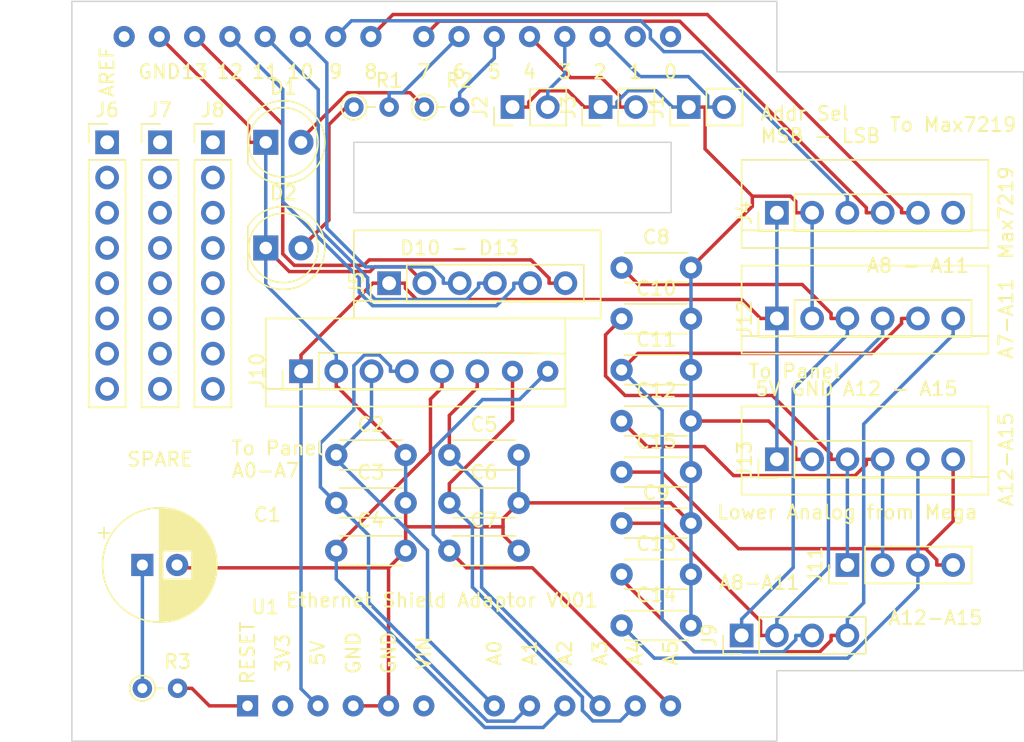
<source format=kicad_pcb>
(kicad_pcb (version 20171130) (host pcbnew "(5.1.5-0-10_14)")

  (general
    (thickness 1.6)
    (drawings 29)
    (tracks 285)
    (zones 0)
    (modules 34)
    (nets 63)
  )

  (page A4)
  (layers
    (0 F.Cu signal)
    (31 B.Cu signal)
    (32 B.Adhes user hide)
    (33 F.Adhes user hide)
    (34 B.Paste user hide)
    (35 F.Paste user hide)
    (36 B.SilkS user)
    (37 F.SilkS user)
    (38 B.Mask user)
    (39 F.Mask user)
    (40 Dwgs.User user)
    (41 Cmts.User user)
    (42 Eco1.User user)
    (43 Eco2.User user)
    (44 Edge.Cuts user)
    (45 Margin user)
    (46 B.CrtYd user)
    (47 F.CrtYd user)
    (48 B.Fab user)
    (49 F.Fab user)
  )

  (setup
    (last_trace_width 0.25)
    (trace_clearance 0.2)
    (zone_clearance 0.508)
    (zone_45_only no)
    (trace_min 0.2)
    (via_size 0.8)
    (via_drill 0.4)
    (via_min_size 0.4)
    (via_min_drill 0.3)
    (uvia_size 0.3)
    (uvia_drill 0.1)
    (uvias_allowed no)
    (uvia_min_size 0.2)
    (uvia_min_drill 0.1)
    (edge_width 0.1)
    (segment_width 0.2)
    (pcb_text_width 0.3)
    (pcb_text_size 1.5 1.5)
    (mod_edge_width 0.15)
    (mod_text_size 1 1)
    (mod_text_width 0.15)
    (pad_size 1.524 1.524)
    (pad_drill 0.762)
    (pad_to_mask_clearance 0)
    (aux_axis_origin 0 0)
    (grid_origin 123.80976 65.786)
    (visible_elements FFFFEF7F)
    (pcbplotparams
      (layerselection 0x010fc_ffffffff)
      (usegerberextensions false)
      (usegerberattributes false)
      (usegerberadvancedattributes false)
      (creategerberjobfile false)
      (excludeedgelayer true)
      (linewidth 0.100000)
      (plotframeref false)
      (viasonmask false)
      (mode 1)
      (useauxorigin false)
      (hpglpennumber 1)
      (hpglpenspeed 20)
      (hpglpendiameter 15.000000)
      (psnegative false)
      (psa4output false)
      (plotreference true)
      (plotvalue true)
      (plotinvisibletext false)
      (padsonsilk false)
      (subtractmaskfromsilk false)
      (outputformat 1)
      (mirror false)
      (drillshape 0)
      (scaleselection 1)
      (outputdirectory "Plot/"))
  )

  (net 0 "")
  (net 1 GND)
  (net 2 "Net-(C1-Pad1)")
  (net 3 "Net-(R2-Pad2)")
  (net 4 "Net-(U1-Pad28)")
  (net 5 "Net-(U1-Pad14)")
  (net 6 "Net-(U1-Pad13)")
  (net 7 "Net-(U1-Pad6)")
  (net 8 "Net-(U1-Pad2)")
  (net 9 +5V)
  (net 10 "Net-(C2-Pad1)")
  (net 11 "Net-(C3-Pad1)")
  (net 12 "Net-(C4-Pad1)")
  (net 13 "Net-(C5-Pad1)")
  (net 14 "Net-(C6-Pad1)")
  (net 15 "Net-(C7-Pad1)")
  (net 16 "Net-(C8-Pad1)")
  (net 17 "Net-(C9-Pad1)")
  (net 18 "Net-(C10-Pad1)")
  (net 19 "Net-(C11-Pad1)")
  (net 20 "Net-(C12-Pad1)")
  (net 21 "Net-(C13-Pad1)")
  (net 22 "Net-(C14-Pad1)")
  (net 23 "Net-(C15-Pad1)")
  (net 24 "Net-(D1-Pad2)")
  (net 25 "Net-(D2-Pad2)")
  (net 26 "Net-(J1-Pad2)")
  (net 27 "Net-(J2-Pad2)")
  (net 28 "Net-(J3-Pad2)")
  (net 29 "Net-(J4-Pad3)")
  (net 30 "Net-(J4-Pad4)")
  (net 31 "Net-(J4-Pad5)")
  (net 32 "Net-(J4-Pad6)")
  (net 33 "Net-(J5-Pad3)")
  (net 34 "Net-(J5-Pad4)")
  (net 35 "Net-(J5-Pad5)")
  (net 36 "Net-(J5-Pad6)")
  (net 37 "Net-(J6-Pad8)")
  (net 38 "Net-(J6-Pad7)")
  (net 39 "Net-(J6-Pad6)")
  (net 40 "Net-(J6-Pad5)")
  (net 41 "Net-(J6-Pad4)")
  (net 42 "Net-(J6-Pad3)")
  (net 43 "Net-(J6-Pad2)")
  (net 44 "Net-(J6-Pad1)")
  (net 45 "Net-(J7-Pad8)")
  (net 46 "Net-(J7-Pad7)")
  (net 47 "Net-(J7-Pad6)")
  (net 48 "Net-(J7-Pad5)")
  (net 49 "Net-(J7-Pad4)")
  (net 50 "Net-(J7-Pad3)")
  (net 51 "Net-(J7-Pad2)")
  (net 52 "Net-(J7-Pad1)")
  (net 53 "Net-(J8-Pad8)")
  (net 54 "Net-(J8-Pad7)")
  (net 55 "Net-(J8-Pad6)")
  (net 56 "Net-(J8-Pad5)")
  (net 57 "Net-(J8-Pad4)")
  (net 58 "Net-(J8-Pad3)")
  (net 59 "Net-(J8-Pad2)")
  (net 60 "Net-(J8-Pad1)")
  (net 61 "Net-(R1-Pad2)")
  (net 62 "Net-(R3-Pad2)")

  (net_class Default "This is the default net class."
    (clearance 0.2)
    (trace_width 0.25)
    (via_dia 0.8)
    (via_drill 0.4)
    (uvia_dia 0.3)
    (uvia_drill 0.1)
    (add_net +5V)
    (add_net GND)
    (add_net "Net-(C1-Pad1)")
    (add_net "Net-(C10-Pad1)")
    (add_net "Net-(C11-Pad1)")
    (add_net "Net-(C12-Pad1)")
    (add_net "Net-(C13-Pad1)")
    (add_net "Net-(C14-Pad1)")
    (add_net "Net-(C15-Pad1)")
    (add_net "Net-(C2-Pad1)")
    (add_net "Net-(C3-Pad1)")
    (add_net "Net-(C4-Pad1)")
    (add_net "Net-(C5-Pad1)")
    (add_net "Net-(C6-Pad1)")
    (add_net "Net-(C7-Pad1)")
    (add_net "Net-(C8-Pad1)")
    (add_net "Net-(C9-Pad1)")
    (add_net "Net-(D1-Pad2)")
    (add_net "Net-(D2-Pad2)")
    (add_net "Net-(J1-Pad2)")
    (add_net "Net-(J2-Pad2)")
    (add_net "Net-(J3-Pad2)")
    (add_net "Net-(J4-Pad3)")
    (add_net "Net-(J4-Pad4)")
    (add_net "Net-(J4-Pad5)")
    (add_net "Net-(J4-Pad6)")
    (add_net "Net-(J5-Pad3)")
    (add_net "Net-(J5-Pad4)")
    (add_net "Net-(J5-Pad5)")
    (add_net "Net-(J5-Pad6)")
    (add_net "Net-(J6-Pad1)")
    (add_net "Net-(J6-Pad2)")
    (add_net "Net-(J6-Pad3)")
    (add_net "Net-(J6-Pad4)")
    (add_net "Net-(J6-Pad5)")
    (add_net "Net-(J6-Pad6)")
    (add_net "Net-(J6-Pad7)")
    (add_net "Net-(J6-Pad8)")
    (add_net "Net-(J7-Pad1)")
    (add_net "Net-(J7-Pad2)")
    (add_net "Net-(J7-Pad3)")
    (add_net "Net-(J7-Pad4)")
    (add_net "Net-(J7-Pad5)")
    (add_net "Net-(J7-Pad6)")
    (add_net "Net-(J7-Pad7)")
    (add_net "Net-(J7-Pad8)")
    (add_net "Net-(J8-Pad1)")
    (add_net "Net-(J8-Pad2)")
    (add_net "Net-(J8-Pad3)")
    (add_net "Net-(J8-Pad4)")
    (add_net "Net-(J8-Pad5)")
    (add_net "Net-(J8-Pad6)")
    (add_net "Net-(J8-Pad7)")
    (add_net "Net-(J8-Pad8)")
    (add_net "Net-(R1-Pad2)")
    (add_net "Net-(R2-Pad2)")
    (add_net "Net-(R3-Pad2)")
    (add_net "Net-(U1-Pad13)")
    (add_net "Net-(U1-Pad14)")
    (add_net "Net-(U1-Pad2)")
    (add_net "Net-(U1-Pad28)")
    (add_net "Net-(U1-Pad6)")
  )

  (module PT_Library_v001:PT_R_Axial_DIN0204_L3.6mm_D1.6mm_P2.54mm_Vertical (layer F.Cu) (tedit 5AE5139B) (tstamp 5E645D97)
    (at 123.81 70.866)
    (descr "Resistor, Axial_DIN0204 series, Axial, Vertical, pin pitch=2.54mm, 0.167W, length*diameter=3.6*1.6mm^2, http://cdn-reichelt.de/documents/datenblatt/B400/1_4W%23YAG.pdf")
    (tags "Resistor Axial_DIN0204 series Axial Vertical pin pitch 2.54mm 0.167W length 3.6mm diameter 1.6mm")
    (path /5E7905FE)
    (fp_text reference R2 (at 2.54 -1.92) (layer F.SilkS)
      (effects (font (size 1 1) (thickness 0.15)))
    )
    (fp_text value R (at 2.54 1.92) (layer F.Fab)
      (effects (font (size 1 1) (thickness 0.15)))
    )
    (fp_circle (center 0 0) (end 0.8 0) (layer F.Fab) (width 0.1))
    (fp_circle (center 0 0) (end 0.92 0) (layer F.SilkS) (width 0.12))
    (fp_line (start 0 0) (end 2.54 0) (layer F.Fab) (width 0.1))
    (fp_line (start 0.92 0) (end 1.54 0) (layer F.SilkS) (width 0.12))
    (fp_line (start -1.05 -1.05) (end -1.05 1.05) (layer F.CrtYd) (width 0.05))
    (fp_line (start -1.05 1.05) (end 3.49 1.05) (layer F.CrtYd) (width 0.05))
    (fp_line (start 3.49 1.05) (end 3.49 -1.05) (layer F.CrtYd) (width 0.05))
    (fp_line (start 3.49 -1.05) (end -1.05 -1.05) (layer F.CrtYd) (width 0.05))
    (fp_text user %R (at 2.54 -1.92) (layer F.Fab)
      (effects (font (size 1 1) (thickness 0.15)))
    )
    (pad 1 thru_hole circle (at 0 0) (size 1.4 1.4) (drill 0.7) (layers *.Cu *.Mask)
      (net 24 "Net-(D1-Pad2)"))
    (pad 2 thru_hole oval (at 2.54 0) (size 1.4 1.4) (drill 0.7) (layers *.Cu *.Mask)
      (net 3 "Net-(R2-Pad2)"))
    (model ${KISYS3DMOD}/Resistor_THT.3dshapes/R_Axial_DIN0204_L3.6mm_D1.6mm_P2.54mm_Vertical.wrl
      (at (xyz 0 0 0))
      (scale (xyz 1 1 1))
      (rotate (xyz 0 0 0))
    )
  )

  (module PT_Library_v001:PT_R_Axial_DIN0204_L3.6mm_D1.6mm_P2.54mm_Vertical (layer F.Cu) (tedit 5AE5139B) (tstamp 5E646C97)
    (at 118.73 70.866)
    (descr "Resistor, Axial_DIN0204 series, Axial, Vertical, pin pitch=2.54mm, 0.167W, length*diameter=3.6*1.6mm^2, http://cdn-reichelt.de/documents/datenblatt/B400/1_4W%23YAG.pdf")
    (tags "Resistor Axial_DIN0204 series Axial Vertical pin pitch 2.54mm 0.167W length 3.6mm diameter 1.6mm")
    (path /5E791245)
    (fp_text reference R1 (at 2.54 -1.92) (layer F.SilkS)
      (effects (font (size 1 1) (thickness 0.15)))
    )
    (fp_text value R (at 2.54 1.92) (layer F.Fab)
      (effects (font (size 1 1) (thickness 0.15)))
    )
    (fp_circle (center 0 0) (end 0.8 0) (layer F.Fab) (width 0.1))
    (fp_circle (center 0 0) (end 0.92 0) (layer F.SilkS) (width 0.12))
    (fp_line (start 0 0) (end 2.54 0) (layer F.Fab) (width 0.1))
    (fp_line (start 0.92 0) (end 1.54 0) (layer F.SilkS) (width 0.12))
    (fp_line (start -1.05 -1.05) (end -1.05 1.05) (layer F.CrtYd) (width 0.05))
    (fp_line (start -1.05 1.05) (end 3.49 1.05) (layer F.CrtYd) (width 0.05))
    (fp_line (start 3.49 1.05) (end 3.49 -1.05) (layer F.CrtYd) (width 0.05))
    (fp_line (start 3.49 -1.05) (end -1.05 -1.05) (layer F.CrtYd) (width 0.05))
    (fp_text user %R (at 2.54 -1.92) (layer F.Fab)
      (effects (font (size 1 1) (thickness 0.15)))
    )
    (pad 1 thru_hole circle (at 0 0) (size 1.4 1.4) (drill 0.7) (layers *.Cu *.Mask)
      (net 25 "Net-(D2-Pad2)"))
    (pad 2 thru_hole oval (at 2.54 0) (size 1.4 1.4) (drill 0.7) (layers *.Cu *.Mask)
      (net 61 "Net-(R1-Pad2)"))
    (model ${KISYS3DMOD}/Resistor_THT.3dshapes/R_Axial_DIN0204_L3.6mm_D1.6mm_P2.54mm_Vertical.wrl
      (at (xyz 0 0 0))
      (scale (xyz 1 1 1))
      (rotate (xyz 0 0 0))
    )
  )

  (module PT_Library_v001:PT_PinHeader_1x06_P2.54mm_Vertical (layer F.Cu) (tedit 5E6330E6) (tstamp 5E645D79)
    (at 149.21 96.266 90)
    (descr "Through hole straight pin header, 1x06, 2.54mm pitch, single row")
    (tags "Through hole pin header THT 1x06 2.54mm single row")
    (path /5E642D8A)
    (fp_text reference J13 (at 0 -2.33 90) (layer F.SilkS)
      (effects (font (size 1 1) (thickness 0.15)))
    )
    (fp_text value PT_Conn_01x06 (at 0 15.03 90) (layer F.Fab)
      (effects (font (size 1 1) (thickness 0.15)))
    )
    (fp_line (start -1.27 -2.54) (end -1.27 15.24) (layer F.SilkS) (width 0.12))
    (fp_line (start 3.81 15.24) (end 2.54 15.24) (layer F.SilkS) (width 0.12))
    (fp_line (start 3.81 -2.54) (end 3.81 15.24) (layer F.SilkS) (width 0.12))
    (fp_line (start 2.54 -2.54) (end 3.81 -2.54) (layer F.SilkS) (width 0.12))
    (fp_line (start -2.54 15.24) (end 2.54 15.24) (layer F.SilkS) (width 0.12))
    (fp_line (start -2.54 -2.54) (end -2.54 15.24) (layer F.SilkS) (width 0.12))
    (fp_line (start 2.54 -2.54) (end -2.54 -2.54) (layer F.SilkS) (width 0.12))
    (fp_line (start -0.635 -1.27) (end 1.27 -1.27) (layer F.Fab) (width 0.1))
    (fp_line (start 1.27 -1.27) (end 1.27 13.97) (layer F.Fab) (width 0.1))
    (fp_line (start 1.27 13.97) (end -1.27 13.97) (layer F.Fab) (width 0.1))
    (fp_line (start -1.27 13.97) (end -1.27 -0.635) (layer F.Fab) (width 0.1))
    (fp_line (start -1.27 -0.635) (end -0.635 -1.27) (layer F.Fab) (width 0.1))
    (fp_line (start -1.33 14.03) (end 1.33 14.03) (layer F.SilkS) (width 0.12))
    (fp_line (start -1.33 1.27) (end -1.33 14.03) (layer F.SilkS) (width 0.12))
    (fp_line (start 1.33 1.27) (end 1.33 14.03) (layer F.SilkS) (width 0.12))
    (fp_line (start -1.33 1.27) (end 1.33 1.27) (layer F.SilkS) (width 0.12))
    (fp_line (start -1.33 0) (end -1.33 -1.33) (layer F.SilkS) (width 0.12))
    (fp_line (start -1.33 -1.33) (end 0 -1.33) (layer F.SilkS) (width 0.12))
    (fp_line (start -1.8 -1.8) (end -1.8 14.5) (layer F.CrtYd) (width 0.05))
    (fp_line (start -1.8 14.5) (end 1.8 14.5) (layer F.CrtYd) (width 0.05))
    (fp_line (start 1.8 14.5) (end 1.8 -1.8) (layer F.CrtYd) (width 0.05))
    (fp_line (start 1.8 -1.8) (end -1.8 -1.8) (layer F.CrtYd) (width 0.05))
    (fp_text user %R (at 0 6.35 180) (layer F.Fab)
      (effects (font (size 1 1) (thickness 0.15)))
    )
    (pad 1 thru_hole rect (at 0 0 90) (size 1.7 1.7) (drill 1) (layers *.Cu *.Mask)
      (net 9 +5V))
    (pad 2 thru_hole oval (at 0 2.54 90) (size 1.7 1.7) (drill 1) (layers *.Cu *.Mask)
      (net 1 GND))
    (pad 3 thru_hole oval (at 0 5.08 90) (size 1.7 1.7) (drill 1) (layers *.Cu *.Mask)
      (net 18 "Net-(C10-Pad1)"))
    (pad 4 thru_hole oval (at 0 7.62 90) (size 1.7 1.7) (drill 1) (layers *.Cu *.Mask)
      (net 20 "Net-(C12-Pad1)"))
    (pad 5 thru_hole oval (at 0 10.16 90) (size 1.7 1.7) (drill 1) (layers *.Cu *.Mask)
      (net 22 "Net-(C14-Pad1)"))
    (pad 6 thru_hole oval (at 0 12.7 90) (size 1.7 1.7) (drill 1) (layers *.Cu *.Mask)
      (net 23 "Net-(C15-Pad1)"))
    (model ${KISYS3DMOD}/Connector_PinHeader_2.54mm.3dshapes/PinHeader_1x06_P2.54mm_Vertical.wrl
      (at (xyz 0 0 0))
      (scale (xyz 1 1 1))
      (rotate (xyz 0 0 0))
    )
  )

  (module PT_Library_v001:PT_PinHeader_1x06_P2.54mm_Vertical (layer F.Cu) (tedit 5E6330E6) (tstamp 5E645D58)
    (at 149.21 86.106 90)
    (descr "Through hole straight pin header, 1x06, 2.54mm pitch, single row")
    (tags "Through hole pin header THT 1x06 2.54mm single row")
    (path /5E68B443)
    (fp_text reference J12 (at 0 -2.33 90) (layer F.SilkS)
      (effects (font (size 1 1) (thickness 0.15)))
    )
    (fp_text value PT_Conn_01x06 (at 0 15.03 90) (layer F.Fab)
      (effects (font (size 1 1) (thickness 0.15)))
    )
    (fp_line (start -1.27 -2.54) (end -1.27 15.24) (layer F.SilkS) (width 0.12))
    (fp_line (start 3.81 15.24) (end 2.54 15.24) (layer F.SilkS) (width 0.12))
    (fp_line (start 3.81 -2.54) (end 3.81 15.24) (layer F.SilkS) (width 0.12))
    (fp_line (start 2.54 -2.54) (end 3.81 -2.54) (layer F.SilkS) (width 0.12))
    (fp_line (start -2.54 15.24) (end 2.54 15.24) (layer F.SilkS) (width 0.12))
    (fp_line (start -2.54 -2.54) (end -2.54 15.24) (layer F.SilkS) (width 0.12))
    (fp_line (start 2.54 -2.54) (end -2.54 -2.54) (layer F.SilkS) (width 0.12))
    (fp_line (start -0.635 -1.27) (end 1.27 -1.27) (layer F.Fab) (width 0.1))
    (fp_line (start 1.27 -1.27) (end 1.27 13.97) (layer F.Fab) (width 0.1))
    (fp_line (start 1.27 13.97) (end -1.27 13.97) (layer F.Fab) (width 0.1))
    (fp_line (start -1.27 13.97) (end -1.27 -0.635) (layer F.Fab) (width 0.1))
    (fp_line (start -1.27 -0.635) (end -0.635 -1.27) (layer F.Fab) (width 0.1))
    (fp_line (start -1.33 14.03) (end 1.33 14.03) (layer F.SilkS) (width 0.12))
    (fp_line (start -1.33 1.27) (end -1.33 14.03) (layer F.SilkS) (width 0.12))
    (fp_line (start 1.33 1.27) (end 1.33 14.03) (layer F.SilkS) (width 0.12))
    (fp_line (start -1.33 1.27) (end 1.33 1.27) (layer F.SilkS) (width 0.12))
    (fp_line (start -1.33 0) (end -1.33 -1.33) (layer F.SilkS) (width 0.12))
    (fp_line (start -1.33 -1.33) (end 0 -1.33) (layer F.SilkS) (width 0.12))
    (fp_line (start -1.8 -1.8) (end -1.8 14.5) (layer F.CrtYd) (width 0.05))
    (fp_line (start -1.8 14.5) (end 1.8 14.5) (layer F.CrtYd) (width 0.05))
    (fp_line (start 1.8 14.5) (end 1.8 -1.8) (layer F.CrtYd) (width 0.05))
    (fp_line (start 1.8 -1.8) (end -1.8 -1.8) (layer F.CrtYd) (width 0.05))
    (fp_text user %R (at 0 6.35 180) (layer F.Fab)
      (effects (font (size 1 1) (thickness 0.15)))
    )
    (pad 1 thru_hole rect (at 0 0 90) (size 1.7 1.7) (drill 1) (layers *.Cu *.Mask)
      (net 9 +5V))
    (pad 2 thru_hole oval (at 0 2.54 90) (size 1.7 1.7) (drill 1) (layers *.Cu *.Mask)
      (net 1 GND))
    (pad 3 thru_hole oval (at 0 5.08 90) (size 1.7 1.7) (drill 1) (layers *.Cu *.Mask)
      (net 16 "Net-(C8-Pad1)"))
    (pad 4 thru_hole oval (at 0 7.62 90) (size 1.7 1.7) (drill 1) (layers *.Cu *.Mask)
      (net 17 "Net-(C9-Pad1)"))
    (pad 5 thru_hole oval (at 0 10.16 90) (size 1.7 1.7) (drill 1) (layers *.Cu *.Mask)
      (net 19 "Net-(C11-Pad1)"))
    (pad 6 thru_hole oval (at 0 12.7 90) (size 1.7 1.7) (drill 1) (layers *.Cu *.Mask)
      (net 21 "Net-(C13-Pad1)"))
    (model ${KISYS3DMOD}/Connector_PinHeader_2.54mm.3dshapes/PinHeader_1x06_P2.54mm_Vertical.wrl
      (at (xyz 0 0 0))
      (scale (xyz 1 1 1))
      (rotate (xyz 0 0 0))
    )
  )

  (module Connector_PinHeader_2.54mm:PinHeader_1x04_P2.54mm_Vertical (layer F.Cu) (tedit 59FED5CC) (tstamp 5E646F86)
    (at 154.29 103.886 90)
    (descr "Through hole straight pin header, 1x04, 2.54mm pitch, single row")
    (tags "Through hole pin header THT 1x04 2.54mm single row")
    (path /5E64C0F2)
    (fp_text reference J11 (at 0 -2.33 90) (layer F.SilkS)
      (effects (font (size 1 1) (thickness 0.15)))
    )
    (fp_text value Conn_01x04_Female (at 0 9.95 90) (layer F.Fab)
      (effects (font (size 1 1) (thickness 0.15)))
    )
    (fp_text user %R (at 0 3.81) (layer F.Fab)
      (effects (font (size 1 1) (thickness 0.15)))
    )
    (fp_line (start 1.8 -1.8) (end -1.8 -1.8) (layer F.CrtYd) (width 0.05))
    (fp_line (start 1.8 9.4) (end 1.8 -1.8) (layer F.CrtYd) (width 0.05))
    (fp_line (start -1.8 9.4) (end 1.8 9.4) (layer F.CrtYd) (width 0.05))
    (fp_line (start -1.8 -1.8) (end -1.8 9.4) (layer F.CrtYd) (width 0.05))
    (fp_line (start -1.33 -1.33) (end 0 -1.33) (layer F.SilkS) (width 0.12))
    (fp_line (start -1.33 0) (end -1.33 -1.33) (layer F.SilkS) (width 0.12))
    (fp_line (start -1.33 1.27) (end 1.33 1.27) (layer F.SilkS) (width 0.12))
    (fp_line (start 1.33 1.27) (end 1.33 8.95) (layer F.SilkS) (width 0.12))
    (fp_line (start -1.33 1.27) (end -1.33 8.95) (layer F.SilkS) (width 0.12))
    (fp_line (start -1.33 8.95) (end 1.33 8.95) (layer F.SilkS) (width 0.12))
    (fp_line (start -1.27 -0.635) (end -0.635 -1.27) (layer F.Fab) (width 0.1))
    (fp_line (start -1.27 8.89) (end -1.27 -0.635) (layer F.Fab) (width 0.1))
    (fp_line (start 1.27 8.89) (end -1.27 8.89) (layer F.Fab) (width 0.1))
    (fp_line (start 1.27 -1.27) (end 1.27 8.89) (layer F.Fab) (width 0.1))
    (fp_line (start -0.635 -1.27) (end 1.27 -1.27) (layer F.Fab) (width 0.1))
    (pad 4 thru_hole oval (at 0 7.62 90) (size 1.7 1.7) (drill 1) (layers *.Cu *.Mask)
      (net 23 "Net-(C15-Pad1)"))
    (pad 3 thru_hole oval (at 0 5.08 90) (size 1.7 1.7) (drill 1) (layers *.Cu *.Mask)
      (net 22 "Net-(C14-Pad1)"))
    (pad 2 thru_hole oval (at 0 2.54 90) (size 1.7 1.7) (drill 1) (layers *.Cu *.Mask)
      (net 20 "Net-(C12-Pad1)"))
    (pad 1 thru_hole rect (at 0 0 90) (size 1.7 1.7) (drill 1) (layers *.Cu *.Mask)
      (net 18 "Net-(C10-Pad1)"))
    (model ${KISYS3DMOD}/Connector_PinHeader_2.54mm.3dshapes/PinHeader_1x04_P2.54mm_Vertical.wrl
      (at (xyz 0 0 0))
      (scale (xyz 1 1 1))
      (rotate (xyz 0 0 0))
    )
  )

  (module PT_Library_v001:PT_PinHeader_1x08_P2.54mm_Vertical (layer F.Cu) (tedit 5E63FB0E) (tstamp 5E645D1F)
    (at 114.92 89.916 90)
    (descr "Through hole straight pin header, 1x06, 2.54mm pitch, single row")
    (tags "Through hole pin header THT 1x06 2.54mm single row")
    (path /5E69A534)
    (fp_text reference J10 (at 0 -3.175 90) (layer F.SilkS)
      (effects (font (size 1 1) (thickness 0.15)))
    )
    (fp_text value Conn_01x08_Female (at 0 20.32 90) (layer F.Fab)
      (effects (font (size 1 1) (thickness 0.15)))
    )
    (fp_line (start -2.54 19.05) (end -2.54 -2.54) (layer F.CrtYd) (width 0.12))
    (fp_line (start 3.81 19.05) (end -2.54 19.05) (layer F.CrtYd) (width 0.12))
    (fp_line (start 3.81 -2.54) (end 3.81 19.05) (layer F.CrtYd) (width 0.12))
    (fp_line (start -2.54 -2.54) (end 3.81 -2.54) (layer F.CrtYd) (width 0.12))
    (fp_line (start 1.33 14.03) (end 1.27 19.05) (layer F.SilkS) (width 0.12))
    (fp_line (start -1.27 15.24) (end -1.27 19.05) (layer F.SilkS) (width 0.12))
    (fp_line (start -2.54 19.05) (end -2.54 15.24) (layer F.SilkS) (width 0.12))
    (fp_line (start 3.81 19.05) (end -2.54 19.05) (layer F.SilkS) (width 0.12))
    (fp_line (start 3.81 15.24) (end 3.81 19.05) (layer F.SilkS) (width 0.12))
    (fp_line (start -1.27 -2.54) (end -1.27 15.24) (layer F.SilkS) (width 0.12))
    (fp_line (start 3.81 -2.54) (end 3.81 15.24) (layer F.SilkS) (width 0.12))
    (fp_line (start 2.54 -2.54) (end 3.81 -2.54) (layer F.SilkS) (width 0.12))
    (fp_line (start -2.54 -2.54) (end -2.54 15.24) (layer F.SilkS) (width 0.12))
    (fp_line (start 2.54 -2.54) (end -2.54 -2.54) (layer F.SilkS) (width 0.12))
    (fp_line (start -0.635 -1.27) (end 1.27 -1.27) (layer F.Fab) (width 0.1))
    (fp_line (start 1.27 -1.27) (end 1.27 13.97) (layer F.Fab) (width 0.1))
    (fp_line (start -1.27 13.97) (end -1.27 -0.635) (layer F.Fab) (width 0.1))
    (fp_line (start -1.27 -0.635) (end -0.635 -1.27) (layer F.Fab) (width 0.1))
    (fp_line (start -1.33 1.27) (end -1.33 14.03) (layer F.SilkS) (width 0.12))
    (fp_line (start 1.33 1.27) (end 1.33 14.03) (layer F.SilkS) (width 0.12))
    (fp_line (start -1.33 1.27) (end 1.33 1.27) (layer F.SilkS) (width 0.12))
    (fp_line (start -1.33 0) (end -1.33 -1.33) (layer F.SilkS) (width 0.12))
    (fp_line (start -1.33 -1.33) (end 0 -1.33) (layer F.SilkS) (width 0.12))
    (fp_text user %R (at 0 6.35 180) (layer F.Fab)
      (effects (font (size 1 1) (thickness 0.15)))
    )
    (pad 8 thru_hole circle (at 0 17.78 90) (size 1.524 1.524) (drill 0.762) (layers *.Cu *.Mask)
      (net 15 "Net-(C7-Pad1)"))
    (pad 7 thru_hole circle (at 0 15.24 90) (size 1.524 1.524) (drill 0.762) (layers *.Cu *.Mask)
      (net 14 "Net-(C6-Pad1)"))
    (pad 1 thru_hole rect (at 0 0 90) (size 1.7 1.7) (drill 1) (layers *.Cu *.Mask)
      (net 9 +5V))
    (pad 2 thru_hole oval (at 0 2.54 90) (size 1.7 1.7) (drill 1) (layers *.Cu *.Mask)
      (net 1 GND))
    (pad 3 thru_hole oval (at 0 5.08 90) (size 1.7 1.7) (drill 1) (layers *.Cu *.Mask)
      (net 10 "Net-(C2-Pad1)"))
    (pad 4 thru_hole oval (at 0 7.62 90) (size 1.7 1.7) (drill 1) (layers *.Cu *.Mask)
      (net 11 "Net-(C3-Pad1)"))
    (pad 5 thru_hole oval (at 0 10.16 90) (size 1.7 1.7) (drill 1) (layers *.Cu *.Mask)
      (net 12 "Net-(C4-Pad1)"))
    (pad 6 thru_hole oval (at 0 12.7 90) (size 1.7 1.7) (drill 1) (layers *.Cu *.Mask)
      (net 13 "Net-(C5-Pad1)"))
    (model ${KISYS3DMOD}/Connector_PinHeader_2.54mm.3dshapes/PinHeader_1x06_P2.54mm_Vertical.wrl
      (at (xyz 0 0 0))
      (scale (xyz 1 1 1))
      (rotate (xyz 0 0 0))
    )
  )

  (module Connector_PinHeader_2.54mm:PinHeader_1x04_P2.54mm_Vertical (layer F.Cu) (tedit 59FED5CC) (tstamp 5E645CFB)
    (at 146.67 108.966 90)
    (descr "Through hole straight pin header, 1x04, 2.54mm pitch, single row")
    (tags "Through hole pin header THT 1x04 2.54mm single row")
    (path /5E68B467)
    (fp_text reference J9 (at 0 -2.33 90) (layer F.SilkS)
      (effects (font (size 1 1) (thickness 0.15)))
    )
    (fp_text value Conn_01x04_Female (at 0 9.95 90) (layer F.Fab)
      (effects (font (size 1 1) (thickness 0.15)))
    )
    (fp_text user %R (at 0 3.81) (layer F.Fab)
      (effects (font (size 1 1) (thickness 0.15)))
    )
    (fp_line (start 1.8 -1.8) (end -1.8 -1.8) (layer F.CrtYd) (width 0.05))
    (fp_line (start 1.8 9.4) (end 1.8 -1.8) (layer F.CrtYd) (width 0.05))
    (fp_line (start -1.8 9.4) (end 1.8 9.4) (layer F.CrtYd) (width 0.05))
    (fp_line (start -1.8 -1.8) (end -1.8 9.4) (layer F.CrtYd) (width 0.05))
    (fp_line (start -1.33 -1.33) (end 0 -1.33) (layer F.SilkS) (width 0.12))
    (fp_line (start -1.33 0) (end -1.33 -1.33) (layer F.SilkS) (width 0.12))
    (fp_line (start -1.33 1.27) (end 1.33 1.27) (layer F.SilkS) (width 0.12))
    (fp_line (start 1.33 1.27) (end 1.33 8.95) (layer F.SilkS) (width 0.12))
    (fp_line (start -1.33 1.27) (end -1.33 8.95) (layer F.SilkS) (width 0.12))
    (fp_line (start -1.33 8.95) (end 1.33 8.95) (layer F.SilkS) (width 0.12))
    (fp_line (start -1.27 -0.635) (end -0.635 -1.27) (layer F.Fab) (width 0.1))
    (fp_line (start -1.27 8.89) (end -1.27 -0.635) (layer F.Fab) (width 0.1))
    (fp_line (start 1.27 8.89) (end -1.27 8.89) (layer F.Fab) (width 0.1))
    (fp_line (start 1.27 -1.27) (end 1.27 8.89) (layer F.Fab) (width 0.1))
    (fp_line (start -0.635 -1.27) (end 1.27 -1.27) (layer F.Fab) (width 0.1))
    (pad 4 thru_hole oval (at 0 7.62 90) (size 1.7 1.7) (drill 1) (layers *.Cu *.Mask)
      (net 21 "Net-(C13-Pad1)"))
    (pad 3 thru_hole oval (at 0 5.08 90) (size 1.7 1.7) (drill 1) (layers *.Cu *.Mask)
      (net 19 "Net-(C11-Pad1)"))
    (pad 2 thru_hole oval (at 0 2.54 90) (size 1.7 1.7) (drill 1) (layers *.Cu *.Mask)
      (net 17 "Net-(C9-Pad1)"))
    (pad 1 thru_hole rect (at 0 0 90) (size 1.7 1.7) (drill 1) (layers *.Cu *.Mask)
      (net 16 "Net-(C8-Pad1)"))
    (model ${KISYS3DMOD}/Connector_PinHeader_2.54mm.3dshapes/PinHeader_1x04_P2.54mm_Vertical.wrl
      (at (xyz 0 0 0))
      (scale (xyz 1 1 1))
      (rotate (xyz 0 0 0))
    )
  )

  (module Connector_PinHeader_2.54mm:PinHeader_1x08_P2.54mm_Vertical (layer F.Cu) (tedit 59FED5CC) (tstamp 5E646968)
    (at 108.57 73.406)
    (descr "Through hole straight pin header, 1x08, 2.54mm pitch, single row")
    (tags "Through hole pin header THT 1x08 2.54mm single row")
    (path /5E7CA9FF)
    (fp_text reference J8 (at 0 -2.33) (layer F.SilkS)
      (effects (font (size 1 1) (thickness 0.15)))
    )
    (fp_text value Conn_01x08_Female (at 0 20.11) (layer F.Fab)
      (effects (font (size 1 1) (thickness 0.15)))
    )
    (fp_text user %R (at 0 8.89 90) (layer F.Fab)
      (effects (font (size 1 1) (thickness 0.15)))
    )
    (fp_line (start 1.8 -1.8) (end -1.8 -1.8) (layer F.CrtYd) (width 0.05))
    (fp_line (start 1.8 19.55) (end 1.8 -1.8) (layer F.CrtYd) (width 0.05))
    (fp_line (start -1.8 19.55) (end 1.8 19.55) (layer F.CrtYd) (width 0.05))
    (fp_line (start -1.8 -1.8) (end -1.8 19.55) (layer F.CrtYd) (width 0.05))
    (fp_line (start -1.33 -1.33) (end 0 -1.33) (layer F.SilkS) (width 0.12))
    (fp_line (start -1.33 0) (end -1.33 -1.33) (layer F.SilkS) (width 0.12))
    (fp_line (start -1.33 1.27) (end 1.33 1.27) (layer F.SilkS) (width 0.12))
    (fp_line (start 1.33 1.27) (end 1.33 19.11) (layer F.SilkS) (width 0.12))
    (fp_line (start -1.33 1.27) (end -1.33 19.11) (layer F.SilkS) (width 0.12))
    (fp_line (start -1.33 19.11) (end 1.33 19.11) (layer F.SilkS) (width 0.12))
    (fp_line (start -1.27 -0.635) (end -0.635 -1.27) (layer F.Fab) (width 0.1))
    (fp_line (start -1.27 19.05) (end -1.27 -0.635) (layer F.Fab) (width 0.1))
    (fp_line (start 1.27 19.05) (end -1.27 19.05) (layer F.Fab) (width 0.1))
    (fp_line (start 1.27 -1.27) (end 1.27 19.05) (layer F.Fab) (width 0.1))
    (fp_line (start -0.635 -1.27) (end 1.27 -1.27) (layer F.Fab) (width 0.1))
    (pad 8 thru_hole oval (at 0 17.78) (size 1.7 1.7) (drill 1) (layers *.Cu *.Mask)
      (net 53 "Net-(J8-Pad8)"))
    (pad 7 thru_hole oval (at 0 15.24) (size 1.7 1.7) (drill 1) (layers *.Cu *.Mask)
      (net 54 "Net-(J8-Pad7)"))
    (pad 6 thru_hole oval (at 0 12.7) (size 1.7 1.7) (drill 1) (layers *.Cu *.Mask)
      (net 55 "Net-(J8-Pad6)"))
    (pad 5 thru_hole oval (at 0 10.16) (size 1.7 1.7) (drill 1) (layers *.Cu *.Mask)
      (net 56 "Net-(J8-Pad5)"))
    (pad 4 thru_hole oval (at 0 7.62) (size 1.7 1.7) (drill 1) (layers *.Cu *.Mask)
      (net 57 "Net-(J8-Pad4)"))
    (pad 3 thru_hole oval (at 0 5.08) (size 1.7 1.7) (drill 1) (layers *.Cu *.Mask)
      (net 58 "Net-(J8-Pad3)"))
    (pad 2 thru_hole oval (at 0 2.54) (size 1.7 1.7) (drill 1) (layers *.Cu *.Mask)
      (net 59 "Net-(J8-Pad2)"))
    (pad 1 thru_hole rect (at 0 0) (size 1.7 1.7) (drill 1) (layers *.Cu *.Mask)
      (net 60 "Net-(J8-Pad1)"))
    (model ${KISYS3DMOD}/Connector_PinHeader_2.54mm.3dshapes/PinHeader_1x08_P2.54mm_Vertical.wrl
      (at (xyz 0 0 0))
      (scale (xyz 1 1 1))
      (rotate (xyz 0 0 0))
    )
  )

  (module Connector_PinHeader_2.54mm:PinHeader_1x08_P2.54mm_Vertical (layer F.Cu) (tedit 59FED5CC) (tstamp 5E645CC7)
    (at 104.76 73.406)
    (descr "Through hole straight pin header, 1x08, 2.54mm pitch, single row")
    (tags "Through hole pin header THT 1x08 2.54mm single row")
    (path /5E7C9A36)
    (fp_text reference J7 (at 0 -2.33) (layer F.SilkS)
      (effects (font (size 1 1) (thickness 0.15)))
    )
    (fp_text value Conn_01x08_Female (at 0 20.11) (layer F.Fab)
      (effects (font (size 1 1) (thickness 0.15)))
    )
    (fp_text user %R (at 0 8.89 90) (layer F.Fab)
      (effects (font (size 1 1) (thickness 0.15)))
    )
    (fp_line (start 1.8 -1.8) (end -1.8 -1.8) (layer F.CrtYd) (width 0.05))
    (fp_line (start 1.8 19.55) (end 1.8 -1.8) (layer F.CrtYd) (width 0.05))
    (fp_line (start -1.8 19.55) (end 1.8 19.55) (layer F.CrtYd) (width 0.05))
    (fp_line (start -1.8 -1.8) (end -1.8 19.55) (layer F.CrtYd) (width 0.05))
    (fp_line (start -1.33 -1.33) (end 0 -1.33) (layer F.SilkS) (width 0.12))
    (fp_line (start -1.33 0) (end -1.33 -1.33) (layer F.SilkS) (width 0.12))
    (fp_line (start -1.33 1.27) (end 1.33 1.27) (layer F.SilkS) (width 0.12))
    (fp_line (start 1.33 1.27) (end 1.33 19.11) (layer F.SilkS) (width 0.12))
    (fp_line (start -1.33 1.27) (end -1.33 19.11) (layer F.SilkS) (width 0.12))
    (fp_line (start -1.33 19.11) (end 1.33 19.11) (layer F.SilkS) (width 0.12))
    (fp_line (start -1.27 -0.635) (end -0.635 -1.27) (layer F.Fab) (width 0.1))
    (fp_line (start -1.27 19.05) (end -1.27 -0.635) (layer F.Fab) (width 0.1))
    (fp_line (start 1.27 19.05) (end -1.27 19.05) (layer F.Fab) (width 0.1))
    (fp_line (start 1.27 -1.27) (end 1.27 19.05) (layer F.Fab) (width 0.1))
    (fp_line (start -0.635 -1.27) (end 1.27 -1.27) (layer F.Fab) (width 0.1))
    (pad 8 thru_hole oval (at 0 17.78) (size 1.7 1.7) (drill 1) (layers *.Cu *.Mask)
      (net 45 "Net-(J7-Pad8)"))
    (pad 7 thru_hole oval (at 0 15.24) (size 1.7 1.7) (drill 1) (layers *.Cu *.Mask)
      (net 46 "Net-(J7-Pad7)"))
    (pad 6 thru_hole oval (at 0 12.7) (size 1.7 1.7) (drill 1) (layers *.Cu *.Mask)
      (net 47 "Net-(J7-Pad6)"))
    (pad 5 thru_hole oval (at 0 10.16) (size 1.7 1.7) (drill 1) (layers *.Cu *.Mask)
      (net 48 "Net-(J7-Pad5)"))
    (pad 4 thru_hole oval (at 0 7.62) (size 1.7 1.7) (drill 1) (layers *.Cu *.Mask)
      (net 49 "Net-(J7-Pad4)"))
    (pad 3 thru_hole oval (at 0 5.08) (size 1.7 1.7) (drill 1) (layers *.Cu *.Mask)
      (net 50 "Net-(J7-Pad3)"))
    (pad 2 thru_hole oval (at 0 2.54) (size 1.7 1.7) (drill 1) (layers *.Cu *.Mask)
      (net 51 "Net-(J7-Pad2)"))
    (pad 1 thru_hole rect (at 0 0) (size 1.7 1.7) (drill 1) (layers *.Cu *.Mask)
      (net 52 "Net-(J7-Pad1)"))
    (model ${KISYS3DMOD}/Connector_PinHeader_2.54mm.3dshapes/PinHeader_1x08_P2.54mm_Vertical.wrl
      (at (xyz 0 0 0))
      (scale (xyz 1 1 1))
      (rotate (xyz 0 0 0))
    )
  )

  (module Connector_PinHeader_2.54mm:PinHeader_1x08_P2.54mm_Vertical (layer F.Cu) (tedit 59FED5CC) (tstamp 5E645CAB)
    (at 100.95 73.406)
    (descr "Through hole straight pin header, 1x08, 2.54mm pitch, single row")
    (tags "Through hole pin header THT 1x08 2.54mm single row")
    (path /5E7C8A00)
    (fp_text reference J6 (at 0 -2.33) (layer F.SilkS)
      (effects (font (size 1 1) (thickness 0.15)))
    )
    (fp_text value Conn_01x08_Female (at 0 20.11) (layer F.Fab)
      (effects (font (size 1 1) (thickness 0.15)))
    )
    (fp_text user %R (at 0 8.89 90) (layer F.Fab)
      (effects (font (size 1 1) (thickness 0.15)))
    )
    (fp_line (start 1.8 -1.8) (end -1.8 -1.8) (layer F.CrtYd) (width 0.05))
    (fp_line (start 1.8 19.55) (end 1.8 -1.8) (layer F.CrtYd) (width 0.05))
    (fp_line (start -1.8 19.55) (end 1.8 19.55) (layer F.CrtYd) (width 0.05))
    (fp_line (start -1.8 -1.8) (end -1.8 19.55) (layer F.CrtYd) (width 0.05))
    (fp_line (start -1.33 -1.33) (end 0 -1.33) (layer F.SilkS) (width 0.12))
    (fp_line (start -1.33 0) (end -1.33 -1.33) (layer F.SilkS) (width 0.12))
    (fp_line (start -1.33 1.27) (end 1.33 1.27) (layer F.SilkS) (width 0.12))
    (fp_line (start 1.33 1.27) (end 1.33 19.11) (layer F.SilkS) (width 0.12))
    (fp_line (start -1.33 1.27) (end -1.33 19.11) (layer F.SilkS) (width 0.12))
    (fp_line (start -1.33 19.11) (end 1.33 19.11) (layer F.SilkS) (width 0.12))
    (fp_line (start -1.27 -0.635) (end -0.635 -1.27) (layer F.Fab) (width 0.1))
    (fp_line (start -1.27 19.05) (end -1.27 -0.635) (layer F.Fab) (width 0.1))
    (fp_line (start 1.27 19.05) (end -1.27 19.05) (layer F.Fab) (width 0.1))
    (fp_line (start 1.27 -1.27) (end 1.27 19.05) (layer F.Fab) (width 0.1))
    (fp_line (start -0.635 -1.27) (end 1.27 -1.27) (layer F.Fab) (width 0.1))
    (pad 8 thru_hole oval (at 0 17.78) (size 1.7 1.7) (drill 1) (layers *.Cu *.Mask)
      (net 37 "Net-(J6-Pad8)"))
    (pad 7 thru_hole oval (at 0 15.24) (size 1.7 1.7) (drill 1) (layers *.Cu *.Mask)
      (net 38 "Net-(J6-Pad7)"))
    (pad 6 thru_hole oval (at 0 12.7) (size 1.7 1.7) (drill 1) (layers *.Cu *.Mask)
      (net 39 "Net-(J6-Pad6)"))
    (pad 5 thru_hole oval (at 0 10.16) (size 1.7 1.7) (drill 1) (layers *.Cu *.Mask)
      (net 40 "Net-(J6-Pad5)"))
    (pad 4 thru_hole oval (at 0 7.62) (size 1.7 1.7) (drill 1) (layers *.Cu *.Mask)
      (net 41 "Net-(J6-Pad4)"))
    (pad 3 thru_hole oval (at 0 5.08) (size 1.7 1.7) (drill 1) (layers *.Cu *.Mask)
      (net 42 "Net-(J6-Pad3)"))
    (pad 2 thru_hole oval (at 0 2.54) (size 1.7 1.7) (drill 1) (layers *.Cu *.Mask)
      (net 43 "Net-(J6-Pad2)"))
    (pad 1 thru_hole rect (at 0 0) (size 1.7 1.7) (drill 1) (layers *.Cu *.Mask)
      (net 44 "Net-(J6-Pad1)"))
    (model ${KISYS3DMOD}/Connector_PinHeader_2.54mm.3dshapes/PinHeader_1x08_P2.54mm_Vertical.wrl
      (at (xyz 0 0 0))
      (scale (xyz 1 1 1))
      (rotate (xyz 0 0 0))
    )
  )

  (module PT_Library_v001:PT_PinHeader_1x06_P2.54mm_Vertical (layer F.Cu) (tedit 5E6330E6) (tstamp 5E64707C)
    (at 121.27 83.566 90)
    (descr "Through hole straight pin header, 1x06, 2.54mm pitch, single row")
    (tags "Through hole pin header THT 1x06 2.54mm single row")
    (path /5E76203C)
    (fp_text reference J5 (at 0 -2.33 90) (layer F.SilkS)
      (effects (font (size 1 1) (thickness 0.15)))
    )
    (fp_text value PT_Conn_01x06 (at 0 15.03 90) (layer F.Fab)
      (effects (font (size 1 1) (thickness 0.15)))
    )
    (fp_line (start -1.27 -2.54) (end -1.27 15.24) (layer F.SilkS) (width 0.12))
    (fp_line (start 3.81 15.24) (end 2.54 15.24) (layer F.SilkS) (width 0.12))
    (fp_line (start 3.81 -2.54) (end 3.81 15.24) (layer F.SilkS) (width 0.12))
    (fp_line (start 2.54 -2.54) (end 3.81 -2.54) (layer F.SilkS) (width 0.12))
    (fp_line (start -2.54 15.24) (end 2.54 15.24) (layer F.SilkS) (width 0.12))
    (fp_line (start -2.54 -2.54) (end -2.54 15.24) (layer F.SilkS) (width 0.12))
    (fp_line (start 2.54 -2.54) (end -2.54 -2.54) (layer F.SilkS) (width 0.12))
    (fp_line (start -0.635 -1.27) (end 1.27 -1.27) (layer F.Fab) (width 0.1))
    (fp_line (start 1.27 -1.27) (end 1.27 13.97) (layer F.Fab) (width 0.1))
    (fp_line (start 1.27 13.97) (end -1.27 13.97) (layer F.Fab) (width 0.1))
    (fp_line (start -1.27 13.97) (end -1.27 -0.635) (layer F.Fab) (width 0.1))
    (fp_line (start -1.27 -0.635) (end -0.635 -1.27) (layer F.Fab) (width 0.1))
    (fp_line (start -1.33 14.03) (end 1.33 14.03) (layer F.SilkS) (width 0.12))
    (fp_line (start -1.33 1.27) (end -1.33 14.03) (layer F.SilkS) (width 0.12))
    (fp_line (start 1.33 1.27) (end 1.33 14.03) (layer F.SilkS) (width 0.12))
    (fp_line (start -1.33 1.27) (end 1.33 1.27) (layer F.SilkS) (width 0.12))
    (fp_line (start -1.33 0) (end -1.33 -1.33) (layer F.SilkS) (width 0.12))
    (fp_line (start -1.33 -1.33) (end 0 -1.33) (layer F.SilkS) (width 0.12))
    (fp_line (start -1.8 -1.8) (end -1.8 14.5) (layer F.CrtYd) (width 0.05))
    (fp_line (start -1.8 14.5) (end 1.8 14.5) (layer F.CrtYd) (width 0.05))
    (fp_line (start 1.8 14.5) (end 1.8 -1.8) (layer F.CrtYd) (width 0.05))
    (fp_line (start 1.8 -1.8) (end -1.8 -1.8) (layer F.CrtYd) (width 0.05))
    (fp_text user %R (at 0 6.35 180) (layer F.Fab)
      (effects (font (size 1 1) (thickness 0.15)))
    )
    (pad 1 thru_hole rect (at 0 0 90) (size 1.7 1.7) (drill 1) (layers *.Cu *.Mask)
      (net 9 +5V))
    (pad 2 thru_hole oval (at 0 2.54 90) (size 1.7 1.7) (drill 1) (layers *.Cu *.Mask)
      (net 1 GND))
    (pad 3 thru_hole oval (at 0 5.08 90) (size 1.7 1.7) (drill 1) (layers *.Cu *.Mask)
      (net 33 "Net-(J5-Pad3)"))
    (pad 4 thru_hole oval (at 0 7.62 90) (size 1.7 1.7) (drill 1) (layers *.Cu *.Mask)
      (net 34 "Net-(J5-Pad4)"))
    (pad 5 thru_hole oval (at 0 10.16 90) (size 1.7 1.7) (drill 1) (layers *.Cu *.Mask)
      (net 35 "Net-(J5-Pad5)"))
    (pad 6 thru_hole oval (at 0 12.7 90) (size 1.7 1.7) (drill 1) (layers *.Cu *.Mask)
      (net 36 "Net-(J5-Pad6)"))
    (model ${KISYS3DMOD}/Connector_PinHeader_2.54mm.3dshapes/PinHeader_1x06_P2.54mm_Vertical.wrl
      (at (xyz 0 0 0))
      (scale (xyz 1 1 1))
      (rotate (xyz 0 0 0))
    )
  )

  (module Connector_PinHeader_2.54mm:PinHeader_1x02_P2.54mm_Vertical (layer F.Cu) (tedit 59FED5CC) (tstamp 5E645C4E)
    (at 136.51 70.866 90)
    (descr "Through hole straight pin header, 1x02, 2.54mm pitch, single row")
    (tags "Through hole pin header THT 1x02 2.54mm single row")
    (path /5E737172)
    (fp_text reference J3 (at 0 -2.33 90) (layer F.SilkS)
      (effects (font (size 1 1) (thickness 0.15)))
    )
    (fp_text value Conn_01x02_Female (at 0 4.87 90) (layer F.Fab)
      (effects (font (size 1 1) (thickness 0.15)))
    )
    (fp_text user %R (at 0 1.27) (layer F.Fab)
      (effects (font (size 1 1) (thickness 0.15)))
    )
    (fp_line (start 1.8 -1.8) (end -1.8 -1.8) (layer F.CrtYd) (width 0.05))
    (fp_line (start 1.8 4.35) (end 1.8 -1.8) (layer F.CrtYd) (width 0.05))
    (fp_line (start -1.8 4.35) (end 1.8 4.35) (layer F.CrtYd) (width 0.05))
    (fp_line (start -1.8 -1.8) (end -1.8 4.35) (layer F.CrtYd) (width 0.05))
    (fp_line (start -1.33 -1.33) (end 0 -1.33) (layer F.SilkS) (width 0.12))
    (fp_line (start -1.33 0) (end -1.33 -1.33) (layer F.SilkS) (width 0.12))
    (fp_line (start -1.33 1.27) (end 1.33 1.27) (layer F.SilkS) (width 0.12))
    (fp_line (start 1.33 1.27) (end 1.33 3.87) (layer F.SilkS) (width 0.12))
    (fp_line (start -1.33 1.27) (end -1.33 3.87) (layer F.SilkS) (width 0.12))
    (fp_line (start -1.33 3.87) (end 1.33 3.87) (layer F.SilkS) (width 0.12))
    (fp_line (start -1.27 -0.635) (end -0.635 -1.27) (layer F.Fab) (width 0.1))
    (fp_line (start -1.27 3.81) (end -1.27 -0.635) (layer F.Fab) (width 0.1))
    (fp_line (start 1.27 3.81) (end -1.27 3.81) (layer F.Fab) (width 0.1))
    (fp_line (start 1.27 -1.27) (end 1.27 3.81) (layer F.Fab) (width 0.1))
    (fp_line (start -0.635 -1.27) (end 1.27 -1.27) (layer F.Fab) (width 0.1))
    (pad 2 thru_hole oval (at 0 2.54 90) (size 1.7 1.7) (drill 1) (layers *.Cu *.Mask)
      (net 28 "Net-(J3-Pad2)"))
    (pad 1 thru_hole rect (at 0 0 90) (size 1.7 1.7) (drill 1) (layers *.Cu *.Mask)
      (net 1 GND))
    (model ${KISYS3DMOD}/Connector_PinHeader_2.54mm.3dshapes/PinHeader_1x02_P2.54mm_Vertical.wrl
      (at (xyz 0 0 0))
      (scale (xyz 1 1 1))
      (rotate (xyz 0 0 0))
    )
  )

  (module Connector_PinHeader_2.54mm:PinHeader_1x02_P2.54mm_Vertical (layer F.Cu) (tedit 59FED5CC) (tstamp 5E646B9B)
    (at 130.16 70.866 90)
    (descr "Through hole straight pin header, 1x02, 2.54mm pitch, single row")
    (tags "Through hole pin header THT 1x02 2.54mm single row")
    (path /5E701A96)
    (fp_text reference J2 (at 0 -2.33 90) (layer F.SilkS)
      (effects (font (size 1 1) (thickness 0.15)))
    )
    (fp_text value Conn_01x02_Female (at 0 4.87 90) (layer F.Fab)
      (effects (font (size 1 1) (thickness 0.15)))
    )
    (fp_text user %R (at 0 1.27) (layer F.Fab)
      (effects (font (size 1 1) (thickness 0.15)))
    )
    (fp_line (start 1.8 -1.8) (end -1.8 -1.8) (layer F.CrtYd) (width 0.05))
    (fp_line (start 1.8 4.35) (end 1.8 -1.8) (layer F.CrtYd) (width 0.05))
    (fp_line (start -1.8 4.35) (end 1.8 4.35) (layer F.CrtYd) (width 0.05))
    (fp_line (start -1.8 -1.8) (end -1.8 4.35) (layer F.CrtYd) (width 0.05))
    (fp_line (start -1.33 -1.33) (end 0 -1.33) (layer F.SilkS) (width 0.12))
    (fp_line (start -1.33 0) (end -1.33 -1.33) (layer F.SilkS) (width 0.12))
    (fp_line (start -1.33 1.27) (end 1.33 1.27) (layer F.SilkS) (width 0.12))
    (fp_line (start 1.33 1.27) (end 1.33 3.87) (layer F.SilkS) (width 0.12))
    (fp_line (start -1.33 1.27) (end -1.33 3.87) (layer F.SilkS) (width 0.12))
    (fp_line (start -1.33 3.87) (end 1.33 3.87) (layer F.SilkS) (width 0.12))
    (fp_line (start -1.27 -0.635) (end -0.635 -1.27) (layer F.Fab) (width 0.1))
    (fp_line (start -1.27 3.81) (end -1.27 -0.635) (layer F.Fab) (width 0.1))
    (fp_line (start 1.27 3.81) (end -1.27 3.81) (layer F.Fab) (width 0.1))
    (fp_line (start 1.27 -1.27) (end 1.27 3.81) (layer F.Fab) (width 0.1))
    (fp_line (start -0.635 -1.27) (end 1.27 -1.27) (layer F.Fab) (width 0.1))
    (pad 2 thru_hole oval (at 0 2.54 90) (size 1.7 1.7) (drill 1) (layers *.Cu *.Mask)
      (net 27 "Net-(J2-Pad2)"))
    (pad 1 thru_hole rect (at 0 0 90) (size 1.7 1.7) (drill 1) (layers *.Cu *.Mask)
      (net 1 GND))
    (model ${KISYS3DMOD}/Connector_PinHeader_2.54mm.3dshapes/PinHeader_1x02_P2.54mm_Vertical.wrl
      (at (xyz 0 0 0))
      (scale (xyz 1 1 1))
      (rotate (xyz 0 0 0))
    )
  )

  (module Connector_PinHeader_2.54mm:PinHeader_1x02_P2.54mm_Vertical (layer F.Cu) (tedit 59FED5CC) (tstamp 5E645C22)
    (at 142.86 70.866 90)
    (descr "Through hole straight pin header, 1x02, 2.54mm pitch, single row")
    (tags "Through hole pin header THT 1x02 2.54mm single row")
    (path /5E700EC9)
    (fp_text reference J1 (at 0 -2.33 90) (layer F.SilkS)
      (effects (font (size 1 1) (thickness 0.15)))
    )
    (fp_text value Conn_01x02_Female (at 0 4.87 90) (layer F.Fab)
      (effects (font (size 1 1) (thickness 0.15)))
    )
    (fp_text user %R (at 0 1.27) (layer F.Fab)
      (effects (font (size 1 1) (thickness 0.15)))
    )
    (fp_line (start 1.8 -1.8) (end -1.8 -1.8) (layer F.CrtYd) (width 0.05))
    (fp_line (start 1.8 4.35) (end 1.8 -1.8) (layer F.CrtYd) (width 0.05))
    (fp_line (start -1.8 4.35) (end 1.8 4.35) (layer F.CrtYd) (width 0.05))
    (fp_line (start -1.8 -1.8) (end -1.8 4.35) (layer F.CrtYd) (width 0.05))
    (fp_line (start -1.33 -1.33) (end 0 -1.33) (layer F.SilkS) (width 0.12))
    (fp_line (start -1.33 0) (end -1.33 -1.33) (layer F.SilkS) (width 0.12))
    (fp_line (start -1.33 1.27) (end 1.33 1.27) (layer F.SilkS) (width 0.12))
    (fp_line (start 1.33 1.27) (end 1.33 3.87) (layer F.SilkS) (width 0.12))
    (fp_line (start -1.33 1.27) (end -1.33 3.87) (layer F.SilkS) (width 0.12))
    (fp_line (start -1.33 3.87) (end 1.33 3.87) (layer F.SilkS) (width 0.12))
    (fp_line (start -1.27 -0.635) (end -0.635 -1.27) (layer F.Fab) (width 0.1))
    (fp_line (start -1.27 3.81) (end -1.27 -0.635) (layer F.Fab) (width 0.1))
    (fp_line (start 1.27 3.81) (end -1.27 3.81) (layer F.Fab) (width 0.1))
    (fp_line (start 1.27 -1.27) (end 1.27 3.81) (layer F.Fab) (width 0.1))
    (fp_line (start -0.635 -1.27) (end 1.27 -1.27) (layer F.Fab) (width 0.1))
    (pad 2 thru_hole oval (at 0 2.54 90) (size 1.7 1.7) (drill 1) (layers *.Cu *.Mask)
      (net 26 "Net-(J1-Pad2)"))
    (pad 1 thru_hole rect (at 0 0 90) (size 1.7 1.7) (drill 1) (layers *.Cu *.Mask)
      (net 1 GND))
    (model ${KISYS3DMOD}/Connector_PinHeader_2.54mm.3dshapes/PinHeader_1x02_P2.54mm_Vertical.wrl
      (at (xyz 0 0 0))
      (scale (xyz 1 1 1))
      (rotate (xyz 0 0 0))
    )
  )

  (module LED_THT:LED_D5.0mm (layer F.Cu) (tedit 5995936A) (tstamp 5E646CE7)
    (at 112.38 81.026)
    (descr "LED, diameter 5.0mm, 2 pins, http://cdn-reichelt.de/documents/datenblatt/A500/LL-504BC2E-009.pdf")
    (tags "LED diameter 5.0mm 2 pins")
    (path /5E7A041C)
    (fp_text reference D2 (at 1.27 -3.96) (layer F.SilkS)
      (effects (font (size 1 1) (thickness 0.15)))
    )
    (fp_text value LED (at 1.27 3.96) (layer F.Fab)
      (effects (font (size 1 1) (thickness 0.15)))
    )
    (fp_text user %R (at 1.25 0) (layer F.Fab)
      (effects (font (size 0.8 0.8) (thickness 0.2)))
    )
    (fp_line (start 4.5 -3.25) (end -1.95 -3.25) (layer F.CrtYd) (width 0.05))
    (fp_line (start 4.5 3.25) (end 4.5 -3.25) (layer F.CrtYd) (width 0.05))
    (fp_line (start -1.95 3.25) (end 4.5 3.25) (layer F.CrtYd) (width 0.05))
    (fp_line (start -1.95 -3.25) (end -1.95 3.25) (layer F.CrtYd) (width 0.05))
    (fp_line (start -1.29 -1.545) (end -1.29 1.545) (layer F.SilkS) (width 0.12))
    (fp_line (start -1.23 -1.469694) (end -1.23 1.469694) (layer F.Fab) (width 0.1))
    (fp_circle (center 1.27 0) (end 3.77 0) (layer F.SilkS) (width 0.12))
    (fp_circle (center 1.27 0) (end 3.77 0) (layer F.Fab) (width 0.1))
    (fp_arc (start 1.27 0) (end -1.29 1.54483) (angle -148.9) (layer F.SilkS) (width 0.12))
    (fp_arc (start 1.27 0) (end -1.29 -1.54483) (angle 148.9) (layer F.SilkS) (width 0.12))
    (fp_arc (start 1.27 0) (end -1.23 -1.469694) (angle 299.1) (layer F.Fab) (width 0.1))
    (pad 2 thru_hole circle (at 2.54 0) (size 1.8 1.8) (drill 0.9) (layers *.Cu *.Mask)
      (net 25 "Net-(D2-Pad2)"))
    (pad 1 thru_hole rect (at 0 0) (size 1.8 1.8) (drill 0.9) (layers *.Cu *.Mask)
      (net 1 GND))
    (model ${KISYS3DMOD}/LED_THT.3dshapes/LED_D5.0mm.wrl
      (at (xyz 0 0 0))
      (scale (xyz 1 1 1))
      (rotate (xyz 0 0 0))
    )
  )

  (module LED_THT:LED_D5.0mm (layer F.Cu) (tedit 5995936A) (tstamp 5E645BFA)
    (at 112.38 73.406)
    (descr "LED, diameter 5.0mm, 2 pins, http://cdn-reichelt.de/documents/datenblatt/A500/LL-504BC2E-009.pdf")
    (tags "LED diameter 5.0mm 2 pins")
    (path /5E7A19F6)
    (fp_text reference D1 (at 1.27 -3.96) (layer F.SilkS)
      (effects (font (size 1 1) (thickness 0.15)))
    )
    (fp_text value LED (at 1.27 3.96) (layer F.Fab)
      (effects (font (size 1 1) (thickness 0.15)))
    )
    (fp_text user %R (at 1.25 0) (layer F.Fab)
      (effects (font (size 0.8 0.8) (thickness 0.2)))
    )
    (fp_line (start 4.5 -3.25) (end -1.95 -3.25) (layer F.CrtYd) (width 0.05))
    (fp_line (start 4.5 3.25) (end 4.5 -3.25) (layer F.CrtYd) (width 0.05))
    (fp_line (start -1.95 3.25) (end 4.5 3.25) (layer F.CrtYd) (width 0.05))
    (fp_line (start -1.95 -3.25) (end -1.95 3.25) (layer F.CrtYd) (width 0.05))
    (fp_line (start -1.29 -1.545) (end -1.29 1.545) (layer F.SilkS) (width 0.12))
    (fp_line (start -1.23 -1.469694) (end -1.23 1.469694) (layer F.Fab) (width 0.1))
    (fp_circle (center 1.27 0) (end 3.77 0) (layer F.SilkS) (width 0.12))
    (fp_circle (center 1.27 0) (end 3.77 0) (layer F.Fab) (width 0.1))
    (fp_arc (start 1.27 0) (end -1.29 1.54483) (angle -148.9) (layer F.SilkS) (width 0.12))
    (fp_arc (start 1.27 0) (end -1.29 -1.54483) (angle 148.9) (layer F.SilkS) (width 0.12))
    (fp_arc (start 1.27 0) (end -1.23 -1.469694) (angle 299.1) (layer F.Fab) (width 0.1))
    (pad 2 thru_hole circle (at 2.54 0) (size 1.8 1.8) (drill 0.9) (layers *.Cu *.Mask)
      (net 24 "Net-(D1-Pad2)"))
    (pad 1 thru_hole rect (at 0 0) (size 1.8 1.8) (drill 0.9) (layers *.Cu *.Mask)
      (net 1 GND))
    (model ${KISYS3DMOD}/LED_THT.3dshapes/LED_D5.0mm.wrl
      (at (xyz 0 0 0))
      (scale (xyz 1 1 1))
      (rotate (xyz 0 0 0))
    )
  )

  (module Capacitor_THT:C_Disc_D4.3mm_W1.9mm_P5.00mm (layer F.Cu) (tedit 5AE50EF0) (tstamp 5E64776D)
    (at 138.02 97.1889)
    (descr "C, Disc series, Radial, pin pitch=5.00mm, , diameter*width=4.3*1.9mm^2, Capacitor, http://www.vishay.com/docs/45233/krseries.pdf")
    (tags "C Disc series Radial pin pitch 5.00mm  diameter 4.3mm width 1.9mm Capacitor")
    (path /5E65A5FD)
    (fp_text reference C15 (at 2.5 -2.2) (layer F.SilkS)
      (effects (font (size 1 1) (thickness 0.15)))
    )
    (fp_text value C (at 2.5 2.2) (layer F.Fab)
      (effects (font (size 1 1) (thickness 0.15)))
    )
    (fp_text user %R (at 2.5 0) (layer F.Fab)
      (effects (font (size 0.86 0.86) (thickness 0.129)))
    )
    (fp_line (start 6.05 -1.2) (end -1.05 -1.2) (layer F.CrtYd) (width 0.05))
    (fp_line (start 6.05 1.2) (end 6.05 -1.2) (layer F.CrtYd) (width 0.05))
    (fp_line (start -1.05 1.2) (end 6.05 1.2) (layer F.CrtYd) (width 0.05))
    (fp_line (start -1.05 -1.2) (end -1.05 1.2) (layer F.CrtYd) (width 0.05))
    (fp_line (start 4.77 1.055) (end 4.77 1.07) (layer F.SilkS) (width 0.12))
    (fp_line (start 4.77 -1.07) (end 4.77 -1.055) (layer F.SilkS) (width 0.12))
    (fp_line (start 0.23 1.055) (end 0.23 1.07) (layer F.SilkS) (width 0.12))
    (fp_line (start 0.23 -1.07) (end 0.23 -1.055) (layer F.SilkS) (width 0.12))
    (fp_line (start 0.23 1.07) (end 4.77 1.07) (layer F.SilkS) (width 0.12))
    (fp_line (start 0.23 -1.07) (end 4.77 -1.07) (layer F.SilkS) (width 0.12))
    (fp_line (start 4.65 -0.95) (end 0.35 -0.95) (layer F.Fab) (width 0.1))
    (fp_line (start 4.65 0.95) (end 4.65 -0.95) (layer F.Fab) (width 0.1))
    (fp_line (start 0.35 0.95) (end 4.65 0.95) (layer F.Fab) (width 0.1))
    (fp_line (start 0.35 -0.95) (end 0.35 0.95) (layer F.Fab) (width 0.1))
    (pad 2 thru_hole circle (at 5 0) (size 1.6 1.6) (drill 0.8) (layers *.Cu *.Mask)
      (net 1 GND))
    (pad 1 thru_hole circle (at 0 0) (size 1.6 1.6) (drill 0.8) (layers *.Cu *.Mask)
      (net 23 "Net-(C15-Pad1)"))
    (model ${KISYS3DMOD}/Capacitor_THT.3dshapes/C_Disc_D4.3mm_W1.9mm_P5.00mm.wrl
      (at (xyz 0 0 0))
      (scale (xyz 1 1 1))
      (rotate (xyz 0 0 0))
    )
  )

  (module Capacitor_THT:C_Disc_D4.3mm_W1.9mm_P5.00mm (layer F.Cu) (tedit 5AE50EF0) (tstamp 5E6477A9)
    (at 138.02 108.246)
    (descr "C, Disc series, Radial, pin pitch=5.00mm, , diameter*width=4.3*1.9mm^2, Capacitor, http://www.vishay.com/docs/45233/krseries.pdf")
    (tags "C Disc series Radial pin pitch 5.00mm  diameter 4.3mm width 1.9mm Capacitor")
    (path /5E65944A)
    (fp_text reference C14 (at 2.5 -2.2) (layer F.SilkS)
      (effects (font (size 1 1) (thickness 0.15)))
    )
    (fp_text value C (at 2.5 2.2) (layer F.Fab)
      (effects (font (size 1 1) (thickness 0.15)))
    )
    (fp_text user %R (at 2.5 0) (layer F.Fab)
      (effects (font (size 0.86 0.86) (thickness 0.129)))
    )
    (fp_line (start 6.05 -1.2) (end -1.05 -1.2) (layer F.CrtYd) (width 0.05))
    (fp_line (start 6.05 1.2) (end 6.05 -1.2) (layer F.CrtYd) (width 0.05))
    (fp_line (start -1.05 1.2) (end 6.05 1.2) (layer F.CrtYd) (width 0.05))
    (fp_line (start -1.05 -1.2) (end -1.05 1.2) (layer F.CrtYd) (width 0.05))
    (fp_line (start 4.77 1.055) (end 4.77 1.07) (layer F.SilkS) (width 0.12))
    (fp_line (start 4.77 -1.07) (end 4.77 -1.055) (layer F.SilkS) (width 0.12))
    (fp_line (start 0.23 1.055) (end 0.23 1.07) (layer F.SilkS) (width 0.12))
    (fp_line (start 0.23 -1.07) (end 0.23 -1.055) (layer F.SilkS) (width 0.12))
    (fp_line (start 0.23 1.07) (end 4.77 1.07) (layer F.SilkS) (width 0.12))
    (fp_line (start 0.23 -1.07) (end 4.77 -1.07) (layer F.SilkS) (width 0.12))
    (fp_line (start 4.65 -0.95) (end 0.35 -0.95) (layer F.Fab) (width 0.1))
    (fp_line (start 4.65 0.95) (end 4.65 -0.95) (layer F.Fab) (width 0.1))
    (fp_line (start 0.35 0.95) (end 4.65 0.95) (layer F.Fab) (width 0.1))
    (fp_line (start 0.35 -0.95) (end 0.35 0.95) (layer F.Fab) (width 0.1))
    (pad 2 thru_hole circle (at 5 0) (size 1.6 1.6) (drill 0.8) (layers *.Cu *.Mask)
      (net 1 GND))
    (pad 1 thru_hole circle (at 0 0) (size 1.6 1.6) (drill 0.8) (layers *.Cu *.Mask)
      (net 22 "Net-(C14-Pad1)"))
    (model ${KISYS3DMOD}/Capacitor_THT.3dshapes/C_Disc_D4.3mm_W1.9mm_P5.00mm.wrl
      (at (xyz 0 0 0))
      (scale (xyz 1 1 1))
      (rotate (xyz 0 0 0))
    )
  )

  (module Capacitor_THT:C_Disc_D4.3mm_W1.9mm_P5.00mm (layer F.Cu) (tedit 5AE50EF0) (tstamp 5E6477E5)
    (at 138.02 104.56)
    (descr "C, Disc series, Radial, pin pitch=5.00mm, , diameter*width=4.3*1.9mm^2, Capacitor, http://www.vishay.com/docs/45233/krseries.pdf")
    (tags "C Disc series Radial pin pitch 5.00mm  diameter 4.3mm width 1.9mm Capacitor")
    (path /5E68B493)
    (fp_text reference C13 (at 2.5 -2.2) (layer F.SilkS)
      (effects (font (size 1 1) (thickness 0.15)))
    )
    (fp_text value C (at 2.5 2.2) (layer F.Fab)
      (effects (font (size 1 1) (thickness 0.15)))
    )
    (fp_text user %R (at 2.5 0) (layer F.Fab)
      (effects (font (size 0.86 0.86) (thickness 0.129)))
    )
    (fp_line (start 6.05 -1.2) (end -1.05 -1.2) (layer F.CrtYd) (width 0.05))
    (fp_line (start 6.05 1.2) (end 6.05 -1.2) (layer F.CrtYd) (width 0.05))
    (fp_line (start -1.05 1.2) (end 6.05 1.2) (layer F.CrtYd) (width 0.05))
    (fp_line (start -1.05 -1.2) (end -1.05 1.2) (layer F.CrtYd) (width 0.05))
    (fp_line (start 4.77 1.055) (end 4.77 1.07) (layer F.SilkS) (width 0.12))
    (fp_line (start 4.77 -1.07) (end 4.77 -1.055) (layer F.SilkS) (width 0.12))
    (fp_line (start 0.23 1.055) (end 0.23 1.07) (layer F.SilkS) (width 0.12))
    (fp_line (start 0.23 -1.07) (end 0.23 -1.055) (layer F.SilkS) (width 0.12))
    (fp_line (start 0.23 1.07) (end 4.77 1.07) (layer F.SilkS) (width 0.12))
    (fp_line (start 0.23 -1.07) (end 4.77 -1.07) (layer F.SilkS) (width 0.12))
    (fp_line (start 4.65 -0.95) (end 0.35 -0.95) (layer F.Fab) (width 0.1))
    (fp_line (start 4.65 0.95) (end 4.65 -0.95) (layer F.Fab) (width 0.1))
    (fp_line (start 0.35 0.95) (end 4.65 0.95) (layer F.Fab) (width 0.1))
    (fp_line (start 0.35 -0.95) (end 0.35 0.95) (layer F.Fab) (width 0.1))
    (pad 2 thru_hole circle (at 5 0) (size 1.6 1.6) (drill 0.8) (layers *.Cu *.Mask)
      (net 1 GND))
    (pad 1 thru_hole circle (at 0 0) (size 1.6 1.6) (drill 0.8) (layers *.Cu *.Mask)
      (net 21 "Net-(C13-Pad1)"))
    (model ${KISYS3DMOD}/Capacitor_THT.3dshapes/C_Disc_D4.3mm_W1.9mm_P5.00mm.wrl
      (at (xyz 0 0 0))
      (scale (xyz 1 1 1))
      (rotate (xyz 0 0 0))
    )
  )

  (module Capacitor_THT:C_Disc_D4.3mm_W1.9mm_P5.00mm (layer F.Cu) (tedit 5AE50EF0) (tstamp 5E647821)
    (at 138.02 93.5031)
    (descr "C, Disc series, Radial, pin pitch=5.00mm, , diameter*width=4.3*1.9mm^2, Capacitor, http://www.vishay.com/docs/45233/krseries.pdf")
    (tags "C Disc series Radial pin pitch 5.00mm  diameter 4.3mm width 1.9mm Capacitor")
    (path /5E6589C0)
    (fp_text reference C12 (at 2.5 -2.2) (layer F.SilkS)
      (effects (font (size 1 1) (thickness 0.15)))
    )
    (fp_text value C (at 2.5 2.2) (layer F.Fab)
      (effects (font (size 1 1) (thickness 0.15)))
    )
    (fp_text user %R (at 2.5 0) (layer F.Fab)
      (effects (font (size 0.86 0.86) (thickness 0.129)))
    )
    (fp_line (start 6.05 -1.2) (end -1.05 -1.2) (layer F.CrtYd) (width 0.05))
    (fp_line (start 6.05 1.2) (end 6.05 -1.2) (layer F.CrtYd) (width 0.05))
    (fp_line (start -1.05 1.2) (end 6.05 1.2) (layer F.CrtYd) (width 0.05))
    (fp_line (start -1.05 -1.2) (end -1.05 1.2) (layer F.CrtYd) (width 0.05))
    (fp_line (start 4.77 1.055) (end 4.77 1.07) (layer F.SilkS) (width 0.12))
    (fp_line (start 4.77 -1.07) (end 4.77 -1.055) (layer F.SilkS) (width 0.12))
    (fp_line (start 0.23 1.055) (end 0.23 1.07) (layer F.SilkS) (width 0.12))
    (fp_line (start 0.23 -1.07) (end 0.23 -1.055) (layer F.SilkS) (width 0.12))
    (fp_line (start 0.23 1.07) (end 4.77 1.07) (layer F.SilkS) (width 0.12))
    (fp_line (start 0.23 -1.07) (end 4.77 -1.07) (layer F.SilkS) (width 0.12))
    (fp_line (start 4.65 -0.95) (end 0.35 -0.95) (layer F.Fab) (width 0.1))
    (fp_line (start 4.65 0.95) (end 4.65 -0.95) (layer F.Fab) (width 0.1))
    (fp_line (start 0.35 0.95) (end 4.65 0.95) (layer F.Fab) (width 0.1))
    (fp_line (start 0.35 -0.95) (end 0.35 0.95) (layer F.Fab) (width 0.1))
    (pad 2 thru_hole circle (at 5 0) (size 1.6 1.6) (drill 0.8) (layers *.Cu *.Mask)
      (net 1 GND))
    (pad 1 thru_hole circle (at 0 0) (size 1.6 1.6) (drill 0.8) (layers *.Cu *.Mask)
      (net 20 "Net-(C12-Pad1)"))
    (model ${KISYS3DMOD}/Capacitor_THT.3dshapes/C_Disc_D4.3mm_W1.9mm_P5.00mm.wrl
      (at (xyz 0 0 0))
      (scale (xyz 1 1 1))
      (rotate (xyz 0 0 0))
    )
  )

  (module Capacitor_THT:C_Disc_D4.3mm_W1.9mm_P5.00mm (layer F.Cu) (tedit 5AE50EF0) (tstamp 5E647731)
    (at 138.02 89.8174)
    (descr "C, Disc series, Radial, pin pitch=5.00mm, , diameter*width=4.3*1.9mm^2, Capacitor, http://www.vishay.com/docs/45233/krseries.pdf")
    (tags "C Disc series Radial pin pitch 5.00mm  diameter 4.3mm width 1.9mm Capacitor")
    (path /5E68B489)
    (fp_text reference C11 (at 2.5 -2.2) (layer F.SilkS)
      (effects (font (size 1 1) (thickness 0.15)))
    )
    (fp_text value C (at 2.5 2.2) (layer F.Fab)
      (effects (font (size 1 1) (thickness 0.15)))
    )
    (fp_text user %R (at 2.5 0) (layer F.Fab)
      (effects (font (size 0.86 0.86) (thickness 0.129)))
    )
    (fp_line (start 6.05 -1.2) (end -1.05 -1.2) (layer F.CrtYd) (width 0.05))
    (fp_line (start 6.05 1.2) (end 6.05 -1.2) (layer F.CrtYd) (width 0.05))
    (fp_line (start -1.05 1.2) (end 6.05 1.2) (layer F.CrtYd) (width 0.05))
    (fp_line (start -1.05 -1.2) (end -1.05 1.2) (layer F.CrtYd) (width 0.05))
    (fp_line (start 4.77 1.055) (end 4.77 1.07) (layer F.SilkS) (width 0.12))
    (fp_line (start 4.77 -1.07) (end 4.77 -1.055) (layer F.SilkS) (width 0.12))
    (fp_line (start 0.23 1.055) (end 0.23 1.07) (layer F.SilkS) (width 0.12))
    (fp_line (start 0.23 -1.07) (end 0.23 -1.055) (layer F.SilkS) (width 0.12))
    (fp_line (start 0.23 1.07) (end 4.77 1.07) (layer F.SilkS) (width 0.12))
    (fp_line (start 0.23 -1.07) (end 4.77 -1.07) (layer F.SilkS) (width 0.12))
    (fp_line (start 4.65 -0.95) (end 0.35 -0.95) (layer F.Fab) (width 0.1))
    (fp_line (start 4.65 0.95) (end 4.65 -0.95) (layer F.Fab) (width 0.1))
    (fp_line (start 0.35 0.95) (end 4.65 0.95) (layer F.Fab) (width 0.1))
    (fp_line (start 0.35 -0.95) (end 0.35 0.95) (layer F.Fab) (width 0.1))
    (pad 2 thru_hole circle (at 5 0) (size 1.6 1.6) (drill 0.8) (layers *.Cu *.Mask)
      (net 1 GND))
    (pad 1 thru_hole circle (at 0 0) (size 1.6 1.6) (drill 0.8) (layers *.Cu *.Mask)
      (net 19 "Net-(C11-Pad1)"))
    (model ${KISYS3DMOD}/Capacitor_THT.3dshapes/C_Disc_D4.3mm_W1.9mm_P5.00mm.wrl
      (at (xyz 0 0 0))
      (scale (xyz 1 1 1))
      (rotate (xyz 0 0 0))
    )
  )

  (module Capacitor_THT:C_Disc_D4.3mm_W1.9mm_P5.00mm (layer F.Cu) (tedit 5AE50EF0) (tstamp 5E64785D)
    (at 138.02 86.1317)
    (descr "C, Disc series, Radial, pin pitch=5.00mm, , diameter*width=4.3*1.9mm^2, Capacitor, http://www.vishay.com/docs/45233/krseries.pdf")
    (tags "C Disc series Radial pin pitch 5.00mm  diameter 4.3mm width 1.9mm Capacitor")
    (path /5E658080)
    (fp_text reference C10 (at 2.5 -2.2) (layer F.SilkS)
      (effects (font (size 1 1) (thickness 0.15)))
    )
    (fp_text value C (at 2.5 2.2) (layer F.Fab)
      (effects (font (size 1 1) (thickness 0.15)))
    )
    (fp_text user %R (at 2.5 0) (layer F.Fab)
      (effects (font (size 0.86 0.86) (thickness 0.129)))
    )
    (fp_line (start 6.05 -1.2) (end -1.05 -1.2) (layer F.CrtYd) (width 0.05))
    (fp_line (start 6.05 1.2) (end 6.05 -1.2) (layer F.CrtYd) (width 0.05))
    (fp_line (start -1.05 1.2) (end 6.05 1.2) (layer F.CrtYd) (width 0.05))
    (fp_line (start -1.05 -1.2) (end -1.05 1.2) (layer F.CrtYd) (width 0.05))
    (fp_line (start 4.77 1.055) (end 4.77 1.07) (layer F.SilkS) (width 0.12))
    (fp_line (start 4.77 -1.07) (end 4.77 -1.055) (layer F.SilkS) (width 0.12))
    (fp_line (start 0.23 1.055) (end 0.23 1.07) (layer F.SilkS) (width 0.12))
    (fp_line (start 0.23 -1.07) (end 0.23 -1.055) (layer F.SilkS) (width 0.12))
    (fp_line (start 0.23 1.07) (end 4.77 1.07) (layer F.SilkS) (width 0.12))
    (fp_line (start 0.23 -1.07) (end 4.77 -1.07) (layer F.SilkS) (width 0.12))
    (fp_line (start 4.65 -0.95) (end 0.35 -0.95) (layer F.Fab) (width 0.1))
    (fp_line (start 4.65 0.95) (end 4.65 -0.95) (layer F.Fab) (width 0.1))
    (fp_line (start 0.35 0.95) (end 4.65 0.95) (layer F.Fab) (width 0.1))
    (fp_line (start 0.35 -0.95) (end 0.35 0.95) (layer F.Fab) (width 0.1))
    (pad 2 thru_hole circle (at 5 0) (size 1.6 1.6) (drill 0.8) (layers *.Cu *.Mask)
      (net 1 GND))
    (pad 1 thru_hole circle (at 0 0) (size 1.6 1.6) (drill 0.8) (layers *.Cu *.Mask)
      (net 18 "Net-(C10-Pad1)"))
    (model ${KISYS3DMOD}/Capacitor_THT.3dshapes/C_Disc_D4.3mm_W1.9mm_P5.00mm.wrl
      (at (xyz 0 0 0))
      (scale (xyz 1 1 1))
      (rotate (xyz 0 0 0))
    )
  )

  (module Capacitor_THT:C_Disc_D4.3mm_W1.9mm_P5.00mm (layer F.Cu) (tedit 5AE50EF0) (tstamp 5E6476B9)
    (at 138.02 100.875)
    (descr "C, Disc series, Radial, pin pitch=5.00mm, , diameter*width=4.3*1.9mm^2, Capacitor, http://www.vishay.com/docs/45233/krseries.pdf")
    (tags "C Disc series Radial pin pitch 5.00mm  diameter 4.3mm width 1.9mm Capacitor")
    (path /5E68B47F)
    (fp_text reference C9 (at 2.5 -2.2) (layer F.SilkS)
      (effects (font (size 1 1) (thickness 0.15)))
    )
    (fp_text value C (at 2.5 2.2) (layer F.Fab)
      (effects (font (size 1 1) (thickness 0.15)))
    )
    (fp_text user %R (at 2.5 0) (layer F.Fab)
      (effects (font (size 0.86 0.86) (thickness 0.129)))
    )
    (fp_line (start 6.05 -1.2) (end -1.05 -1.2) (layer F.CrtYd) (width 0.05))
    (fp_line (start 6.05 1.2) (end 6.05 -1.2) (layer F.CrtYd) (width 0.05))
    (fp_line (start -1.05 1.2) (end 6.05 1.2) (layer F.CrtYd) (width 0.05))
    (fp_line (start -1.05 -1.2) (end -1.05 1.2) (layer F.CrtYd) (width 0.05))
    (fp_line (start 4.77 1.055) (end 4.77 1.07) (layer F.SilkS) (width 0.12))
    (fp_line (start 4.77 -1.07) (end 4.77 -1.055) (layer F.SilkS) (width 0.12))
    (fp_line (start 0.23 1.055) (end 0.23 1.07) (layer F.SilkS) (width 0.12))
    (fp_line (start 0.23 -1.07) (end 0.23 -1.055) (layer F.SilkS) (width 0.12))
    (fp_line (start 0.23 1.07) (end 4.77 1.07) (layer F.SilkS) (width 0.12))
    (fp_line (start 0.23 -1.07) (end 4.77 -1.07) (layer F.SilkS) (width 0.12))
    (fp_line (start 4.65 -0.95) (end 0.35 -0.95) (layer F.Fab) (width 0.1))
    (fp_line (start 4.65 0.95) (end 4.65 -0.95) (layer F.Fab) (width 0.1))
    (fp_line (start 0.35 0.95) (end 4.65 0.95) (layer F.Fab) (width 0.1))
    (fp_line (start 0.35 -0.95) (end 0.35 0.95) (layer F.Fab) (width 0.1))
    (pad 2 thru_hole circle (at 5 0) (size 1.6 1.6) (drill 0.8) (layers *.Cu *.Mask)
      (net 1 GND))
    (pad 1 thru_hole circle (at 0 0) (size 1.6 1.6) (drill 0.8) (layers *.Cu *.Mask)
      (net 17 "Net-(C9-Pad1)"))
    (model ${KISYS3DMOD}/Capacitor_THT.3dshapes/C_Disc_D4.3mm_W1.9mm_P5.00mm.wrl
      (at (xyz 0 0 0))
      (scale (xyz 1 1 1))
      (rotate (xyz 0 0 0))
    )
  )

  (module Capacitor_THT:C_Disc_D4.3mm_W1.9mm_P5.00mm (layer F.Cu) (tedit 5AE50EF0) (tstamp 5E6476F5)
    (at 138.02 82.446)
    (descr "C, Disc series, Radial, pin pitch=5.00mm, , diameter*width=4.3*1.9mm^2, Capacitor, http://www.vishay.com/docs/45233/krseries.pdf")
    (tags "C Disc series Radial pin pitch 5.00mm  diameter 4.3mm width 1.9mm Capacitor")
    (path /5E68B475)
    (fp_text reference C8 (at 2.5 -2.2) (layer F.SilkS)
      (effects (font (size 1 1) (thickness 0.15)))
    )
    (fp_text value C (at 2.5 2.2) (layer F.Fab)
      (effects (font (size 1 1) (thickness 0.15)))
    )
    (fp_text user %R (at 2.5 0) (layer F.Fab)
      (effects (font (size 0.86 0.86) (thickness 0.129)))
    )
    (fp_line (start 6.05 -1.2) (end -1.05 -1.2) (layer F.CrtYd) (width 0.05))
    (fp_line (start 6.05 1.2) (end 6.05 -1.2) (layer F.CrtYd) (width 0.05))
    (fp_line (start -1.05 1.2) (end 6.05 1.2) (layer F.CrtYd) (width 0.05))
    (fp_line (start -1.05 -1.2) (end -1.05 1.2) (layer F.CrtYd) (width 0.05))
    (fp_line (start 4.77 1.055) (end 4.77 1.07) (layer F.SilkS) (width 0.12))
    (fp_line (start 4.77 -1.07) (end 4.77 -1.055) (layer F.SilkS) (width 0.12))
    (fp_line (start 0.23 1.055) (end 0.23 1.07) (layer F.SilkS) (width 0.12))
    (fp_line (start 0.23 -1.07) (end 0.23 -1.055) (layer F.SilkS) (width 0.12))
    (fp_line (start 0.23 1.07) (end 4.77 1.07) (layer F.SilkS) (width 0.12))
    (fp_line (start 0.23 -1.07) (end 4.77 -1.07) (layer F.SilkS) (width 0.12))
    (fp_line (start 4.65 -0.95) (end 0.35 -0.95) (layer F.Fab) (width 0.1))
    (fp_line (start 4.65 0.95) (end 4.65 -0.95) (layer F.Fab) (width 0.1))
    (fp_line (start 0.35 0.95) (end 4.65 0.95) (layer F.Fab) (width 0.1))
    (fp_line (start 0.35 -0.95) (end 0.35 0.95) (layer F.Fab) (width 0.1))
    (pad 2 thru_hole circle (at 5 0) (size 1.6 1.6) (drill 0.8) (layers *.Cu *.Mask)
      (net 1 GND))
    (pad 1 thru_hole circle (at 0 0) (size 1.6 1.6) (drill 0.8) (layers *.Cu *.Mask)
      (net 16 "Net-(C8-Pad1)"))
    (model ${KISYS3DMOD}/Capacitor_THT.3dshapes/C_Disc_D4.3mm_W1.9mm_P5.00mm.wrl
      (at (xyz 0 0 0))
      (scale (xyz 1 1 1))
      (rotate (xyz 0 0 0))
    )
  )

  (module Capacitor_THT:C_Disc_D4.3mm_W1.9mm_P5.00mm (layer F.Cu) (tedit 5AE50EF0) (tstamp 5E645B40)
    (at 125.61 102.856)
    (descr "C, Disc series, Radial, pin pitch=5.00mm, , diameter*width=4.3*1.9mm^2, Capacitor, http://www.vishay.com/docs/45233/krseries.pdf")
    (tags "C Disc series Radial pin pitch 5.00mm  diameter 4.3mm width 1.9mm Capacitor")
    (path /5E6D1F45)
    (fp_text reference C7 (at 2.5 -2.2) (layer F.SilkS)
      (effects (font (size 1 1) (thickness 0.15)))
    )
    (fp_text value C (at 2.5 2.2) (layer F.Fab)
      (effects (font (size 1 1) (thickness 0.15)))
    )
    (fp_text user %R (at 2.5 0) (layer F.Fab)
      (effects (font (size 0.86 0.86) (thickness 0.129)))
    )
    (fp_line (start 6.05 -1.2) (end -1.05 -1.2) (layer F.CrtYd) (width 0.05))
    (fp_line (start 6.05 1.2) (end 6.05 -1.2) (layer F.CrtYd) (width 0.05))
    (fp_line (start -1.05 1.2) (end 6.05 1.2) (layer F.CrtYd) (width 0.05))
    (fp_line (start -1.05 -1.2) (end -1.05 1.2) (layer F.CrtYd) (width 0.05))
    (fp_line (start 4.77 1.055) (end 4.77 1.07) (layer F.SilkS) (width 0.12))
    (fp_line (start 4.77 -1.07) (end 4.77 -1.055) (layer F.SilkS) (width 0.12))
    (fp_line (start 0.23 1.055) (end 0.23 1.07) (layer F.SilkS) (width 0.12))
    (fp_line (start 0.23 -1.07) (end 0.23 -1.055) (layer F.SilkS) (width 0.12))
    (fp_line (start 0.23 1.07) (end 4.77 1.07) (layer F.SilkS) (width 0.12))
    (fp_line (start 0.23 -1.07) (end 4.77 -1.07) (layer F.SilkS) (width 0.12))
    (fp_line (start 4.65 -0.95) (end 0.35 -0.95) (layer F.Fab) (width 0.1))
    (fp_line (start 4.65 0.95) (end 4.65 -0.95) (layer F.Fab) (width 0.1))
    (fp_line (start 0.35 0.95) (end 4.65 0.95) (layer F.Fab) (width 0.1))
    (fp_line (start 0.35 -0.95) (end 0.35 0.95) (layer F.Fab) (width 0.1))
    (pad 2 thru_hole circle (at 5 0) (size 1.6 1.6) (drill 0.8) (layers *.Cu *.Mask)
      (net 1 GND))
    (pad 1 thru_hole circle (at 0 0) (size 1.6 1.6) (drill 0.8) (layers *.Cu *.Mask)
      (net 15 "Net-(C7-Pad1)"))
    (model ${KISYS3DMOD}/Capacitor_THT.3dshapes/C_Disc_D4.3mm_W1.9mm_P5.00mm.wrl
      (at (xyz 0 0 0))
      (scale (xyz 1 1 1))
      (rotate (xyz 0 0 0))
    )
  )

  (module Capacitor_THT:C_Disc_D4.3mm_W1.9mm_P5.00mm (layer F.Cu) (tedit 5AE50EF0) (tstamp 5E645B2B)
    (at 125.61 99.406)
    (descr "C, Disc series, Radial, pin pitch=5.00mm, , diameter*width=4.3*1.9mm^2, Capacitor, http://www.vishay.com/docs/45233/krseries.pdf")
    (tags "C Disc series Radial pin pitch 5.00mm  diameter 4.3mm width 1.9mm Capacitor")
    (path /5E6D1F4F)
    (fp_text reference C6 (at 2.5 -2.2) (layer F.SilkS)
      (effects (font (size 1 1) (thickness 0.15)))
    )
    (fp_text value C (at 2.5 2.2) (layer F.Fab)
      (effects (font (size 1 1) (thickness 0.15)))
    )
    (fp_text user %R (at 2.5 0) (layer F.Fab)
      (effects (font (size 0.86 0.86) (thickness 0.129)))
    )
    (fp_line (start 6.05 -1.2) (end -1.05 -1.2) (layer F.CrtYd) (width 0.05))
    (fp_line (start 6.05 1.2) (end 6.05 -1.2) (layer F.CrtYd) (width 0.05))
    (fp_line (start -1.05 1.2) (end 6.05 1.2) (layer F.CrtYd) (width 0.05))
    (fp_line (start -1.05 -1.2) (end -1.05 1.2) (layer F.CrtYd) (width 0.05))
    (fp_line (start 4.77 1.055) (end 4.77 1.07) (layer F.SilkS) (width 0.12))
    (fp_line (start 4.77 -1.07) (end 4.77 -1.055) (layer F.SilkS) (width 0.12))
    (fp_line (start 0.23 1.055) (end 0.23 1.07) (layer F.SilkS) (width 0.12))
    (fp_line (start 0.23 -1.07) (end 0.23 -1.055) (layer F.SilkS) (width 0.12))
    (fp_line (start 0.23 1.07) (end 4.77 1.07) (layer F.SilkS) (width 0.12))
    (fp_line (start 0.23 -1.07) (end 4.77 -1.07) (layer F.SilkS) (width 0.12))
    (fp_line (start 4.65 -0.95) (end 0.35 -0.95) (layer F.Fab) (width 0.1))
    (fp_line (start 4.65 0.95) (end 4.65 -0.95) (layer F.Fab) (width 0.1))
    (fp_line (start 0.35 0.95) (end 4.65 0.95) (layer F.Fab) (width 0.1))
    (fp_line (start 0.35 -0.95) (end 0.35 0.95) (layer F.Fab) (width 0.1))
    (pad 2 thru_hole circle (at 5 0) (size 1.6 1.6) (drill 0.8) (layers *.Cu *.Mask)
      (net 1 GND))
    (pad 1 thru_hole circle (at 0 0) (size 1.6 1.6) (drill 0.8) (layers *.Cu *.Mask)
      (net 14 "Net-(C6-Pad1)"))
    (model ${KISYS3DMOD}/Capacitor_THT.3dshapes/C_Disc_D4.3mm_W1.9mm_P5.00mm.wrl
      (at (xyz 0 0 0))
      (scale (xyz 1 1 1))
      (rotate (xyz 0 0 0))
    )
  )

  (module Capacitor_THT:C_Disc_D4.3mm_W1.9mm_P5.00mm (layer F.Cu) (tedit 5AE50EF0) (tstamp 5E645B16)
    (at 125.61 95.956)
    (descr "C, Disc series, Radial, pin pitch=5.00mm, , diameter*width=4.3*1.9mm^2, Capacitor, http://www.vishay.com/docs/45233/krseries.pdf")
    (tags "C Disc series Radial pin pitch 5.00mm  diameter 4.3mm width 1.9mm Capacitor")
    (path /5E672918)
    (fp_text reference C5 (at 2.5 -2.2) (layer F.SilkS)
      (effects (font (size 1 1) (thickness 0.15)))
    )
    (fp_text value C (at 2.5 2.2) (layer F.Fab)
      (effects (font (size 1 1) (thickness 0.15)))
    )
    (fp_text user %R (at 2.5 0) (layer F.Fab)
      (effects (font (size 0.86 0.86) (thickness 0.129)))
    )
    (fp_line (start 6.05 -1.2) (end -1.05 -1.2) (layer F.CrtYd) (width 0.05))
    (fp_line (start 6.05 1.2) (end 6.05 -1.2) (layer F.CrtYd) (width 0.05))
    (fp_line (start -1.05 1.2) (end 6.05 1.2) (layer F.CrtYd) (width 0.05))
    (fp_line (start -1.05 -1.2) (end -1.05 1.2) (layer F.CrtYd) (width 0.05))
    (fp_line (start 4.77 1.055) (end 4.77 1.07) (layer F.SilkS) (width 0.12))
    (fp_line (start 4.77 -1.07) (end 4.77 -1.055) (layer F.SilkS) (width 0.12))
    (fp_line (start 0.23 1.055) (end 0.23 1.07) (layer F.SilkS) (width 0.12))
    (fp_line (start 0.23 -1.07) (end 0.23 -1.055) (layer F.SilkS) (width 0.12))
    (fp_line (start 0.23 1.07) (end 4.77 1.07) (layer F.SilkS) (width 0.12))
    (fp_line (start 0.23 -1.07) (end 4.77 -1.07) (layer F.SilkS) (width 0.12))
    (fp_line (start 4.65 -0.95) (end 0.35 -0.95) (layer F.Fab) (width 0.1))
    (fp_line (start 4.65 0.95) (end 4.65 -0.95) (layer F.Fab) (width 0.1))
    (fp_line (start 0.35 0.95) (end 4.65 0.95) (layer F.Fab) (width 0.1))
    (fp_line (start 0.35 -0.95) (end 0.35 0.95) (layer F.Fab) (width 0.1))
    (pad 2 thru_hole circle (at 5 0) (size 1.6 1.6) (drill 0.8) (layers *.Cu *.Mask)
      (net 1 GND))
    (pad 1 thru_hole circle (at 0 0) (size 1.6 1.6) (drill 0.8) (layers *.Cu *.Mask)
      (net 13 "Net-(C5-Pad1)"))
    (model ${KISYS3DMOD}/Capacitor_THT.3dshapes/C_Disc_D4.3mm_W1.9mm_P5.00mm.wrl
      (at (xyz 0 0 0))
      (scale (xyz 1 1 1))
      (rotate (xyz 0 0 0))
    )
  )

  (module Capacitor_THT:C_Disc_D4.3mm_W1.9mm_P5.00mm (layer F.Cu) (tedit 5AE50EF0) (tstamp 5E645B01)
    (at 117.46 102.856)
    (descr "C, Disc series, Radial, pin pitch=5.00mm, , diameter*width=4.3*1.9mm^2, Capacitor, http://www.vishay.com/docs/45233/krseries.pdf")
    (tags "C Disc series Radial pin pitch 5.00mm  diameter 4.3mm width 1.9mm Capacitor")
    (path /5E67290E)
    (fp_text reference C4 (at 2.5 -2.2) (layer F.SilkS)
      (effects (font (size 1 1) (thickness 0.15)))
    )
    (fp_text value C (at 2.5 2.2) (layer F.Fab)
      (effects (font (size 1 1) (thickness 0.15)))
    )
    (fp_text user %R (at 2.5 0) (layer F.Fab)
      (effects (font (size 0.86 0.86) (thickness 0.129)))
    )
    (fp_line (start 6.05 -1.2) (end -1.05 -1.2) (layer F.CrtYd) (width 0.05))
    (fp_line (start 6.05 1.2) (end 6.05 -1.2) (layer F.CrtYd) (width 0.05))
    (fp_line (start -1.05 1.2) (end 6.05 1.2) (layer F.CrtYd) (width 0.05))
    (fp_line (start -1.05 -1.2) (end -1.05 1.2) (layer F.CrtYd) (width 0.05))
    (fp_line (start 4.77 1.055) (end 4.77 1.07) (layer F.SilkS) (width 0.12))
    (fp_line (start 4.77 -1.07) (end 4.77 -1.055) (layer F.SilkS) (width 0.12))
    (fp_line (start 0.23 1.055) (end 0.23 1.07) (layer F.SilkS) (width 0.12))
    (fp_line (start 0.23 -1.07) (end 0.23 -1.055) (layer F.SilkS) (width 0.12))
    (fp_line (start 0.23 1.07) (end 4.77 1.07) (layer F.SilkS) (width 0.12))
    (fp_line (start 0.23 -1.07) (end 4.77 -1.07) (layer F.SilkS) (width 0.12))
    (fp_line (start 4.65 -0.95) (end 0.35 -0.95) (layer F.Fab) (width 0.1))
    (fp_line (start 4.65 0.95) (end 4.65 -0.95) (layer F.Fab) (width 0.1))
    (fp_line (start 0.35 0.95) (end 4.65 0.95) (layer F.Fab) (width 0.1))
    (fp_line (start 0.35 -0.95) (end 0.35 0.95) (layer F.Fab) (width 0.1))
    (pad 2 thru_hole circle (at 5 0) (size 1.6 1.6) (drill 0.8) (layers *.Cu *.Mask)
      (net 1 GND))
    (pad 1 thru_hole circle (at 0 0) (size 1.6 1.6) (drill 0.8) (layers *.Cu *.Mask)
      (net 12 "Net-(C4-Pad1)"))
    (model ${KISYS3DMOD}/Capacitor_THT.3dshapes/C_Disc_D4.3mm_W1.9mm_P5.00mm.wrl
      (at (xyz 0 0 0))
      (scale (xyz 1 1 1))
      (rotate (xyz 0 0 0))
    )
  )

  (module Capacitor_THT:C_Disc_D4.3mm_W1.9mm_P5.00mm (layer F.Cu) (tedit 5AE50EF0) (tstamp 5E645AEC)
    (at 117.46 99.406)
    (descr "C, Disc series, Radial, pin pitch=5.00mm, , diameter*width=4.3*1.9mm^2, Capacitor, http://www.vishay.com/docs/45233/krseries.pdf")
    (tags "C Disc series Radial pin pitch 5.00mm  diameter 4.3mm width 1.9mm Capacitor")
    (path /5E672904)
    (fp_text reference C3 (at 2.5 -2.2) (layer F.SilkS)
      (effects (font (size 1 1) (thickness 0.15)))
    )
    (fp_text value C (at 2.5 2.2) (layer F.Fab)
      (effects (font (size 1 1) (thickness 0.15)))
    )
    (fp_text user %R (at 2.5 0) (layer F.Fab)
      (effects (font (size 0.86 0.86) (thickness 0.129)))
    )
    (fp_line (start 6.05 -1.2) (end -1.05 -1.2) (layer F.CrtYd) (width 0.05))
    (fp_line (start 6.05 1.2) (end 6.05 -1.2) (layer F.CrtYd) (width 0.05))
    (fp_line (start -1.05 1.2) (end 6.05 1.2) (layer F.CrtYd) (width 0.05))
    (fp_line (start -1.05 -1.2) (end -1.05 1.2) (layer F.CrtYd) (width 0.05))
    (fp_line (start 4.77 1.055) (end 4.77 1.07) (layer F.SilkS) (width 0.12))
    (fp_line (start 4.77 -1.07) (end 4.77 -1.055) (layer F.SilkS) (width 0.12))
    (fp_line (start 0.23 1.055) (end 0.23 1.07) (layer F.SilkS) (width 0.12))
    (fp_line (start 0.23 -1.07) (end 0.23 -1.055) (layer F.SilkS) (width 0.12))
    (fp_line (start 0.23 1.07) (end 4.77 1.07) (layer F.SilkS) (width 0.12))
    (fp_line (start 0.23 -1.07) (end 4.77 -1.07) (layer F.SilkS) (width 0.12))
    (fp_line (start 4.65 -0.95) (end 0.35 -0.95) (layer F.Fab) (width 0.1))
    (fp_line (start 4.65 0.95) (end 4.65 -0.95) (layer F.Fab) (width 0.1))
    (fp_line (start 0.35 0.95) (end 4.65 0.95) (layer F.Fab) (width 0.1))
    (fp_line (start 0.35 -0.95) (end 0.35 0.95) (layer F.Fab) (width 0.1))
    (pad 2 thru_hole circle (at 5 0) (size 1.6 1.6) (drill 0.8) (layers *.Cu *.Mask)
      (net 1 GND))
    (pad 1 thru_hole circle (at 0 0) (size 1.6 1.6) (drill 0.8) (layers *.Cu *.Mask)
      (net 11 "Net-(C3-Pad1)"))
    (model ${KISYS3DMOD}/Capacitor_THT.3dshapes/C_Disc_D4.3mm_W1.9mm_P5.00mm.wrl
      (at (xyz 0 0 0))
      (scale (xyz 1 1 1))
      (rotate (xyz 0 0 0))
    )
  )

  (module Capacitor_THT:C_Disc_D4.3mm_W1.9mm_P5.00mm (layer F.Cu) (tedit 5AE50EF0) (tstamp 5E645AD7)
    (at 117.46 95.956)
    (descr "C, Disc series, Radial, pin pitch=5.00mm, , diameter*width=4.3*1.9mm^2, Capacitor, http://www.vishay.com/docs/45233/krseries.pdf")
    (tags "C Disc series Radial pin pitch 5.00mm  diameter 4.3mm width 1.9mm Capacitor")
    (path /5E6728FA)
    (fp_text reference C2 (at 2.5 -2.2) (layer F.SilkS)
      (effects (font (size 1 1) (thickness 0.15)))
    )
    (fp_text value C (at 2.5 2.2) (layer F.Fab)
      (effects (font (size 1 1) (thickness 0.15)))
    )
    (fp_text user %R (at 2.5 0) (layer F.Fab)
      (effects (font (size 0.86 0.86) (thickness 0.129)))
    )
    (fp_line (start 6.05 -1.2) (end -1.05 -1.2) (layer F.CrtYd) (width 0.05))
    (fp_line (start 6.05 1.2) (end 6.05 -1.2) (layer F.CrtYd) (width 0.05))
    (fp_line (start -1.05 1.2) (end 6.05 1.2) (layer F.CrtYd) (width 0.05))
    (fp_line (start -1.05 -1.2) (end -1.05 1.2) (layer F.CrtYd) (width 0.05))
    (fp_line (start 4.77 1.055) (end 4.77 1.07) (layer F.SilkS) (width 0.12))
    (fp_line (start 4.77 -1.07) (end 4.77 -1.055) (layer F.SilkS) (width 0.12))
    (fp_line (start 0.23 1.055) (end 0.23 1.07) (layer F.SilkS) (width 0.12))
    (fp_line (start 0.23 -1.07) (end 0.23 -1.055) (layer F.SilkS) (width 0.12))
    (fp_line (start 0.23 1.07) (end 4.77 1.07) (layer F.SilkS) (width 0.12))
    (fp_line (start 0.23 -1.07) (end 4.77 -1.07) (layer F.SilkS) (width 0.12))
    (fp_line (start 4.65 -0.95) (end 0.35 -0.95) (layer F.Fab) (width 0.1))
    (fp_line (start 4.65 0.95) (end 4.65 -0.95) (layer F.Fab) (width 0.1))
    (fp_line (start 0.35 0.95) (end 4.65 0.95) (layer F.Fab) (width 0.1))
    (fp_line (start 0.35 -0.95) (end 0.35 0.95) (layer F.Fab) (width 0.1))
    (pad 2 thru_hole circle (at 5 0) (size 1.6 1.6) (drill 0.8) (layers *.Cu *.Mask)
      (net 1 GND))
    (pad 1 thru_hole circle (at 0 0) (size 1.6 1.6) (drill 0.8) (layers *.Cu *.Mask)
      (net 10 "Net-(C2-Pad1)"))
    (model ${KISYS3DMOD}/Capacitor_THT.3dshapes/C_Disc_D4.3mm_W1.9mm_P5.00mm.wrl
      (at (xyz 0 0 0))
      (scale (xyz 1 1 1))
      (rotate (xyz 0 0 0))
    )
  )

  (module PT_Library_v001:PT_PinHeader_1x06_P2.54mm_Vertical (layer F.Cu) (tedit 5E6330E6) (tstamp 5E6391C4)
    (at 149.21 78.486 90)
    (descr "Through hole straight pin header, 1x06, 2.54mm pitch, single row")
    (tags "Through hole pin header THT 1x06 2.54mm single row")
    (path /5E66B8DF)
    (fp_text reference J4 (at 0 -2.33 90) (layer F.SilkS)
      (effects (font (size 1 1) (thickness 0.15)))
    )
    (fp_text value PT_Conn_01x06 (at 0 15.03 90) (layer F.Fab)
      (effects (font (size 1 1) (thickness 0.15)))
    )
    (fp_line (start -1.27 -2.54) (end -1.27 15.24) (layer F.SilkS) (width 0.12))
    (fp_line (start 3.81 15.24) (end 2.54 15.24) (layer F.SilkS) (width 0.12))
    (fp_line (start 3.81 -2.54) (end 3.81 15.24) (layer F.SilkS) (width 0.12))
    (fp_line (start 2.54 -2.54) (end 3.81 -2.54) (layer F.SilkS) (width 0.12))
    (fp_line (start -2.54 15.24) (end 2.54 15.24) (layer F.SilkS) (width 0.12))
    (fp_line (start -2.54 -2.54) (end -2.54 15.24) (layer F.SilkS) (width 0.12))
    (fp_line (start 2.54 -2.54) (end -2.54 -2.54) (layer F.SilkS) (width 0.12))
    (fp_line (start -0.635 -1.27) (end 1.27 -1.27) (layer F.Fab) (width 0.1))
    (fp_line (start 1.27 -1.27) (end 1.27 13.97) (layer F.Fab) (width 0.1))
    (fp_line (start 1.27 13.97) (end -1.27 13.97) (layer F.Fab) (width 0.1))
    (fp_line (start -1.27 13.97) (end -1.27 -0.635) (layer F.Fab) (width 0.1))
    (fp_line (start -1.27 -0.635) (end -0.635 -1.27) (layer F.Fab) (width 0.1))
    (fp_line (start -1.33 14.03) (end 1.33 14.03) (layer F.SilkS) (width 0.12))
    (fp_line (start -1.33 1.27) (end -1.33 14.03) (layer F.SilkS) (width 0.12))
    (fp_line (start 1.33 1.27) (end 1.33 14.03) (layer F.SilkS) (width 0.12))
    (fp_line (start -1.33 1.27) (end 1.33 1.27) (layer F.SilkS) (width 0.12))
    (fp_line (start -1.33 0) (end -1.33 -1.33) (layer F.SilkS) (width 0.12))
    (fp_line (start -1.33 -1.33) (end 0 -1.33) (layer F.SilkS) (width 0.12))
    (fp_line (start -1.8 -1.8) (end -1.8 14.5) (layer F.CrtYd) (width 0.05))
    (fp_line (start -1.8 14.5) (end 1.8 14.5) (layer F.CrtYd) (width 0.05))
    (fp_line (start 1.8 14.5) (end 1.8 -1.8) (layer F.CrtYd) (width 0.05))
    (fp_line (start 1.8 -1.8) (end -1.8 -1.8) (layer F.CrtYd) (width 0.05))
    (fp_text user %R (at 0 6.35 180) (layer F.Fab)
      (effects (font (size 1 1) (thickness 0.15)))
    )
    (pad 1 thru_hole rect (at 0 0 90) (size 1.7 1.7) (drill 1) (layers *.Cu *.Mask)
      (net 9 +5V))
    (pad 2 thru_hole oval (at 0 2.54 90) (size 1.7 1.7) (drill 1) (layers *.Cu *.Mask)
      (net 1 GND))
    (pad 3 thru_hole oval (at 0 5.08 90) (size 1.7 1.7) (drill 1) (layers *.Cu *.Mask)
      (net 29 "Net-(J4-Pad3)"))
    (pad 4 thru_hole oval (at 0 7.62 90) (size 1.7 1.7) (drill 1) (layers *.Cu *.Mask)
      (net 30 "Net-(J4-Pad4)"))
    (pad 5 thru_hole oval (at 0 10.16 90) (size 1.7 1.7) (drill 1) (layers *.Cu *.Mask)
      (net 31 "Net-(J4-Pad5)"))
    (pad 6 thru_hole oval (at 0 12.7 90) (size 1.7 1.7) (drill 1) (layers *.Cu *.Mask)
      (net 32 "Net-(J4-Pad6)"))
    (model ${KISYS3DMOD}/Connector_PinHeader_2.54mm.3dshapes/PinHeader_1x06_P2.54mm_Vertical.wrl
      (at (xyz 0 0 0))
      (scale (xyz 1 1 1))
      (rotate (xyz 0 0 0))
    )
  )

  (module PT_Library_v001:PT_R_Axial_DIN0204_L3.6mm_D1.6mm_P2.54mm_Vertical (layer F.Cu) (tedit 5AE5139B) (tstamp 5E6391E6)
    (at 103.49 112.776)
    (descr "Resistor, Axial_DIN0204 series, Axial, Vertical, pin pitch=2.54mm, 0.167W, length*diameter=3.6*1.6mm^2, http://cdn-reichelt.de/documents/datenblatt/B400/1_4W%23YAG.pdf")
    (tags "Resistor Axial_DIN0204 series Axial Vertical pin pitch 2.54mm 0.167W length 3.6mm diameter 1.6mm")
    (path /5E637E5E)
    (fp_text reference R3 (at 2.54 -1.92) (layer F.SilkS)
      (effects (font (size 1 1) (thickness 0.15)))
    )
    (fp_text value R (at 2.54 1.92) (layer F.Fab)
      (effects (font (size 1 1) (thickness 0.15)))
    )
    (fp_circle (center 0 0) (end 0.8 0) (layer F.Fab) (width 0.1))
    (fp_circle (center 0 0) (end 0.92 0) (layer F.SilkS) (width 0.12))
    (fp_line (start 0 0) (end 2.54 0) (layer F.Fab) (width 0.1))
    (fp_line (start 0.92 0) (end 1.54 0) (layer F.SilkS) (width 0.12))
    (fp_line (start -1.05 -1.05) (end -1.05 1.05) (layer F.CrtYd) (width 0.05))
    (fp_line (start -1.05 1.05) (end 3.49 1.05) (layer F.CrtYd) (width 0.05))
    (fp_line (start 3.49 1.05) (end 3.49 -1.05) (layer F.CrtYd) (width 0.05))
    (fp_line (start 3.49 -1.05) (end -1.05 -1.05) (layer F.CrtYd) (width 0.05))
    (fp_text user %R (at 2.54 -1.92) (layer F.Fab)
      (effects (font (size 1 1) (thickness 0.15)))
    )
    (pad 1 thru_hole circle (at 0 0) (size 1.4 1.4) (drill 0.7) (layers *.Cu *.Mask)
      (net 2 "Net-(C1-Pad1)"))
    (pad 2 thru_hole oval (at 2.54 0) (size 1.4 1.4) (drill 0.7) (layers *.Cu *.Mask)
      (net 62 "Net-(R3-Pad2)"))
    (model ${KISYS3DMOD}/Resistor_THT.3dshapes/R_Axial_DIN0204_L3.6mm_D1.6mm_P2.54mm_Vertical.wrl
      (at (xyz 0 0 0))
      (scale (xyz 1 1 1))
      (rotate (xyz 0 0 0))
    )
  )

  (module PT_Library_v001:PT_CP_Radial_D8.0mm_P2.50mm (layer F.Cu) (tedit 5AE50EF0) (tstamp 5E646704)
    (at 103.49 103.886)
    (descr "CP, Radial series, Radial, pin pitch=2.50mm, , diameter=8mm, Electrolytic Capacitor")
    (tags "CP Radial series Radial pin pitch 2.50mm  diameter 8mm Electrolytic Capacitor")
    (path /5E639090)
    (fp_text reference C1 (at 9 -3.62) (layer F.SilkS)
      (effects (font (size 1 1) (thickness 0.15)))
    )
    (fp_text value CP1 (at 9 3.62) (layer F.Fab)
      (effects (font (size 1 1) (thickness 0.15)))
    )
    (fp_circle (center 1.25 0) (end 5.25 0) (layer F.Fab) (width 0.1))
    (fp_circle (center 1.25 0) (end 5.37 0) (layer F.SilkS) (width 0.12))
    (fp_circle (center 1.25 0) (end 5.5 0) (layer F.CrtYd) (width 0.05))
    (fp_line (start -2.176759 -1.7475) (end -1.376759 -1.7475) (layer F.Fab) (width 0.1))
    (fp_line (start -1.776759 -2.1475) (end -1.776759 -1.3475) (layer F.Fab) (width 0.1))
    (fp_line (start 1.25 -4.08) (end 1.25 4.08) (layer F.SilkS) (width 0.12))
    (fp_line (start 1.29 -4.08) (end 1.29 4.08) (layer F.SilkS) (width 0.12))
    (fp_line (start 1.33 -4.08) (end 1.33 4.08) (layer F.SilkS) (width 0.12))
    (fp_line (start 1.37 -4.079) (end 1.37 4.079) (layer F.SilkS) (width 0.12))
    (fp_line (start 1.41 -4.077) (end 1.41 4.077) (layer F.SilkS) (width 0.12))
    (fp_line (start 1.45 -4.076) (end 1.45 4.076) (layer F.SilkS) (width 0.12))
    (fp_line (start 1.49 -4.074) (end 1.49 -1.04) (layer F.SilkS) (width 0.12))
    (fp_line (start 1.49 1.04) (end 1.49 4.074) (layer F.SilkS) (width 0.12))
    (fp_line (start 1.53 -4.071) (end 1.53 -1.04) (layer F.SilkS) (width 0.12))
    (fp_line (start 1.53 1.04) (end 1.53 4.071) (layer F.SilkS) (width 0.12))
    (fp_line (start 1.57 -4.068) (end 1.57 -1.04) (layer F.SilkS) (width 0.12))
    (fp_line (start 1.57 1.04) (end 1.57 4.068) (layer F.SilkS) (width 0.12))
    (fp_line (start 1.61 -4.065) (end 1.61 -1.04) (layer F.SilkS) (width 0.12))
    (fp_line (start 1.61 1.04) (end 1.61 4.065) (layer F.SilkS) (width 0.12))
    (fp_line (start 1.65 -4.061) (end 1.65 -1.04) (layer F.SilkS) (width 0.12))
    (fp_line (start 1.65 1.04) (end 1.65 4.061) (layer F.SilkS) (width 0.12))
    (fp_line (start 1.69 -4.057) (end 1.69 -1.04) (layer F.SilkS) (width 0.12))
    (fp_line (start 1.69 1.04) (end 1.69 4.057) (layer F.SilkS) (width 0.12))
    (fp_line (start 1.73 -4.052) (end 1.73 -1.04) (layer F.SilkS) (width 0.12))
    (fp_line (start 1.73 1.04) (end 1.73 4.052) (layer F.SilkS) (width 0.12))
    (fp_line (start 1.77 -4.048) (end 1.77 -1.04) (layer F.SilkS) (width 0.12))
    (fp_line (start 1.77 1.04) (end 1.77 4.048) (layer F.SilkS) (width 0.12))
    (fp_line (start 1.81 -4.042) (end 1.81 -1.04) (layer F.SilkS) (width 0.12))
    (fp_line (start 1.81 1.04) (end 1.81 4.042) (layer F.SilkS) (width 0.12))
    (fp_line (start 1.85 -4.037) (end 1.85 -1.04) (layer F.SilkS) (width 0.12))
    (fp_line (start 1.85 1.04) (end 1.85 4.037) (layer F.SilkS) (width 0.12))
    (fp_line (start 1.89 -4.03) (end 1.89 -1.04) (layer F.SilkS) (width 0.12))
    (fp_line (start 1.89 1.04) (end 1.89 4.03) (layer F.SilkS) (width 0.12))
    (fp_line (start 1.93 -4.024) (end 1.93 -1.04) (layer F.SilkS) (width 0.12))
    (fp_line (start 1.93 1.04) (end 1.93 4.024) (layer F.SilkS) (width 0.12))
    (fp_line (start 1.971 -4.017) (end 1.971 -1.04) (layer F.SilkS) (width 0.12))
    (fp_line (start 1.971 1.04) (end 1.971 4.017) (layer F.SilkS) (width 0.12))
    (fp_line (start 2.011 -4.01) (end 2.011 -1.04) (layer F.SilkS) (width 0.12))
    (fp_line (start 2.011 1.04) (end 2.011 4.01) (layer F.SilkS) (width 0.12))
    (fp_line (start 2.051 -4.002) (end 2.051 -1.04) (layer F.SilkS) (width 0.12))
    (fp_line (start 2.051 1.04) (end 2.051 4.002) (layer F.SilkS) (width 0.12))
    (fp_line (start 2.091 -3.994) (end 2.091 -1.04) (layer F.SilkS) (width 0.12))
    (fp_line (start 2.091 1.04) (end 2.091 3.994) (layer F.SilkS) (width 0.12))
    (fp_line (start 2.131 -3.985) (end 2.131 -1.04) (layer F.SilkS) (width 0.12))
    (fp_line (start 2.131 1.04) (end 2.131 3.985) (layer F.SilkS) (width 0.12))
    (fp_line (start 2.171 -3.976) (end 2.171 -1.04) (layer F.SilkS) (width 0.12))
    (fp_line (start 2.171 1.04) (end 2.171 3.976) (layer F.SilkS) (width 0.12))
    (fp_line (start 2.211 -3.967) (end 2.211 -1.04) (layer F.SilkS) (width 0.12))
    (fp_line (start 2.211 1.04) (end 2.211 3.967) (layer F.SilkS) (width 0.12))
    (fp_line (start 2.251 -3.957) (end 2.251 -1.04) (layer F.SilkS) (width 0.12))
    (fp_line (start 2.251 1.04) (end 2.251 3.957) (layer F.SilkS) (width 0.12))
    (fp_line (start 2.291 -3.947) (end 2.291 -1.04) (layer F.SilkS) (width 0.12))
    (fp_line (start 2.291 1.04) (end 2.291 3.947) (layer F.SilkS) (width 0.12))
    (fp_line (start 2.331 -3.936) (end 2.331 -1.04) (layer F.SilkS) (width 0.12))
    (fp_line (start 2.331 1.04) (end 2.331 3.936) (layer F.SilkS) (width 0.12))
    (fp_line (start 2.371 -3.925) (end 2.371 -1.04) (layer F.SilkS) (width 0.12))
    (fp_line (start 2.371 1.04) (end 2.371 3.925) (layer F.SilkS) (width 0.12))
    (fp_line (start 2.411 -3.914) (end 2.411 -1.04) (layer F.SilkS) (width 0.12))
    (fp_line (start 2.411 1.04) (end 2.411 3.914) (layer F.SilkS) (width 0.12))
    (fp_line (start 2.451 -3.902) (end 2.451 -1.04) (layer F.SilkS) (width 0.12))
    (fp_line (start 2.451 1.04) (end 2.451 3.902) (layer F.SilkS) (width 0.12))
    (fp_line (start 2.491 -3.889) (end 2.491 -1.04) (layer F.SilkS) (width 0.12))
    (fp_line (start 2.491 1.04) (end 2.491 3.889) (layer F.SilkS) (width 0.12))
    (fp_line (start 2.531 -3.877) (end 2.531 -1.04) (layer F.SilkS) (width 0.12))
    (fp_line (start 2.531 1.04) (end 2.531 3.877) (layer F.SilkS) (width 0.12))
    (fp_line (start 2.571 -3.863) (end 2.571 -1.04) (layer F.SilkS) (width 0.12))
    (fp_line (start 2.571 1.04) (end 2.571 3.863) (layer F.SilkS) (width 0.12))
    (fp_line (start 2.611 -3.85) (end 2.611 -1.04) (layer F.SilkS) (width 0.12))
    (fp_line (start 2.611 1.04) (end 2.611 3.85) (layer F.SilkS) (width 0.12))
    (fp_line (start 2.651 -3.835) (end 2.651 -1.04) (layer F.SilkS) (width 0.12))
    (fp_line (start 2.651 1.04) (end 2.651 3.835) (layer F.SilkS) (width 0.12))
    (fp_line (start 2.691 -3.821) (end 2.691 -1.04) (layer F.SilkS) (width 0.12))
    (fp_line (start 2.691 1.04) (end 2.691 3.821) (layer F.SilkS) (width 0.12))
    (fp_line (start 2.731 -3.805) (end 2.731 -1.04) (layer F.SilkS) (width 0.12))
    (fp_line (start 2.731 1.04) (end 2.731 3.805) (layer F.SilkS) (width 0.12))
    (fp_line (start 2.771 -3.79) (end 2.771 -1.04) (layer F.SilkS) (width 0.12))
    (fp_line (start 2.771 1.04) (end 2.771 3.79) (layer F.SilkS) (width 0.12))
    (fp_line (start 2.811 -3.774) (end 2.811 -1.04) (layer F.SilkS) (width 0.12))
    (fp_line (start 2.811 1.04) (end 2.811 3.774) (layer F.SilkS) (width 0.12))
    (fp_line (start 2.851 -3.757) (end 2.851 -1.04) (layer F.SilkS) (width 0.12))
    (fp_line (start 2.851 1.04) (end 2.851 3.757) (layer F.SilkS) (width 0.12))
    (fp_line (start 2.891 -3.74) (end 2.891 -1.04) (layer F.SilkS) (width 0.12))
    (fp_line (start 2.891 1.04) (end 2.891 3.74) (layer F.SilkS) (width 0.12))
    (fp_line (start 2.931 -3.722) (end 2.931 -1.04) (layer F.SilkS) (width 0.12))
    (fp_line (start 2.931 1.04) (end 2.931 3.722) (layer F.SilkS) (width 0.12))
    (fp_line (start 2.971 -3.704) (end 2.971 -1.04) (layer F.SilkS) (width 0.12))
    (fp_line (start 2.971 1.04) (end 2.971 3.704) (layer F.SilkS) (width 0.12))
    (fp_line (start 3.011 -3.686) (end 3.011 -1.04) (layer F.SilkS) (width 0.12))
    (fp_line (start 3.011 1.04) (end 3.011 3.686) (layer F.SilkS) (width 0.12))
    (fp_line (start 3.051 -3.666) (end 3.051 -1.04) (layer F.SilkS) (width 0.12))
    (fp_line (start 3.051 1.04) (end 3.051 3.666) (layer F.SilkS) (width 0.12))
    (fp_line (start 3.091 -3.647) (end 3.091 -1.04) (layer F.SilkS) (width 0.12))
    (fp_line (start 3.091 1.04) (end 3.091 3.647) (layer F.SilkS) (width 0.12))
    (fp_line (start 3.131 -3.627) (end 3.131 -1.04) (layer F.SilkS) (width 0.12))
    (fp_line (start 3.131 1.04) (end 3.131 3.627) (layer F.SilkS) (width 0.12))
    (fp_line (start 3.171 -3.606) (end 3.171 -1.04) (layer F.SilkS) (width 0.12))
    (fp_line (start 3.171 1.04) (end 3.171 3.606) (layer F.SilkS) (width 0.12))
    (fp_line (start 3.211 -3.584) (end 3.211 -1.04) (layer F.SilkS) (width 0.12))
    (fp_line (start 3.211 1.04) (end 3.211 3.584) (layer F.SilkS) (width 0.12))
    (fp_line (start 3.251 -3.562) (end 3.251 -1.04) (layer F.SilkS) (width 0.12))
    (fp_line (start 3.251 1.04) (end 3.251 3.562) (layer F.SilkS) (width 0.12))
    (fp_line (start 3.291 -3.54) (end 3.291 -1.04) (layer F.SilkS) (width 0.12))
    (fp_line (start 3.291 1.04) (end 3.291 3.54) (layer F.SilkS) (width 0.12))
    (fp_line (start 3.331 -3.517) (end 3.331 -1.04) (layer F.SilkS) (width 0.12))
    (fp_line (start 3.331 1.04) (end 3.331 3.517) (layer F.SilkS) (width 0.12))
    (fp_line (start 3.371 -3.493) (end 3.371 -1.04) (layer F.SilkS) (width 0.12))
    (fp_line (start 3.371 1.04) (end 3.371 3.493) (layer F.SilkS) (width 0.12))
    (fp_line (start 3.411 -3.469) (end 3.411 -1.04) (layer F.SilkS) (width 0.12))
    (fp_line (start 3.411 1.04) (end 3.411 3.469) (layer F.SilkS) (width 0.12))
    (fp_line (start 3.451 -3.444) (end 3.451 -1.04) (layer F.SilkS) (width 0.12))
    (fp_line (start 3.451 1.04) (end 3.451 3.444) (layer F.SilkS) (width 0.12))
    (fp_line (start 3.491 -3.418) (end 3.491 -1.04) (layer F.SilkS) (width 0.12))
    (fp_line (start 3.491 1.04) (end 3.491 3.418) (layer F.SilkS) (width 0.12))
    (fp_line (start 3.531 -3.392) (end 3.531 -1.04) (layer F.SilkS) (width 0.12))
    (fp_line (start 3.531 1.04) (end 3.531 3.392) (layer F.SilkS) (width 0.12))
    (fp_line (start 3.571 -3.365) (end 3.571 3.365) (layer F.SilkS) (width 0.12))
    (fp_line (start 3.611 -3.338) (end 3.611 3.338) (layer F.SilkS) (width 0.12))
    (fp_line (start 3.651 -3.309) (end 3.651 3.309) (layer F.SilkS) (width 0.12))
    (fp_line (start 3.691 -3.28) (end 3.691 3.28) (layer F.SilkS) (width 0.12))
    (fp_line (start 3.731 -3.25) (end 3.731 3.25) (layer F.SilkS) (width 0.12))
    (fp_line (start 3.771 -3.22) (end 3.771 3.22) (layer F.SilkS) (width 0.12))
    (fp_line (start 3.811 -3.189) (end 3.811 3.189) (layer F.SilkS) (width 0.12))
    (fp_line (start 3.851 -3.156) (end 3.851 3.156) (layer F.SilkS) (width 0.12))
    (fp_line (start 3.891 -3.124) (end 3.891 3.124) (layer F.SilkS) (width 0.12))
    (fp_line (start 3.931 -3.09) (end 3.931 3.09) (layer F.SilkS) (width 0.12))
    (fp_line (start 3.971 -3.055) (end 3.971 3.055) (layer F.SilkS) (width 0.12))
    (fp_line (start 4.011 -3.019) (end 4.011 3.019) (layer F.SilkS) (width 0.12))
    (fp_line (start 4.051 -2.983) (end 4.051 2.983) (layer F.SilkS) (width 0.12))
    (fp_line (start 4.091 -2.945) (end 4.091 2.945) (layer F.SilkS) (width 0.12))
    (fp_line (start 4.131 -2.907) (end 4.131 2.907) (layer F.SilkS) (width 0.12))
    (fp_line (start 4.171 -2.867) (end 4.171 2.867) (layer F.SilkS) (width 0.12))
    (fp_line (start 4.211 -2.826) (end 4.211 2.826) (layer F.SilkS) (width 0.12))
    (fp_line (start 4.251 -2.784) (end 4.251 2.784) (layer F.SilkS) (width 0.12))
    (fp_line (start 4.291 -2.741) (end 4.291 2.741) (layer F.SilkS) (width 0.12))
    (fp_line (start 4.331 -2.697) (end 4.331 2.697) (layer F.SilkS) (width 0.12))
    (fp_line (start 4.371 -2.651) (end 4.371 2.651) (layer F.SilkS) (width 0.12))
    (fp_line (start 4.411 -2.604) (end 4.411 2.604) (layer F.SilkS) (width 0.12))
    (fp_line (start 4.451 -2.556) (end 4.451 2.556) (layer F.SilkS) (width 0.12))
    (fp_line (start 4.491 -2.505) (end 4.491 2.505) (layer F.SilkS) (width 0.12))
    (fp_line (start 4.531 -2.454) (end 4.531 2.454) (layer F.SilkS) (width 0.12))
    (fp_line (start 4.571 -2.4) (end 4.571 2.4) (layer F.SilkS) (width 0.12))
    (fp_line (start 4.611 -2.345) (end 4.611 2.345) (layer F.SilkS) (width 0.12))
    (fp_line (start 4.651 -2.287) (end 4.651 2.287) (layer F.SilkS) (width 0.12))
    (fp_line (start 4.691 -2.228) (end 4.691 2.228) (layer F.SilkS) (width 0.12))
    (fp_line (start 4.731 -2.166) (end 4.731 2.166) (layer F.SilkS) (width 0.12))
    (fp_line (start 4.771 -2.102) (end 4.771 2.102) (layer F.SilkS) (width 0.12))
    (fp_line (start 4.811 -2.034) (end 4.811 2.034) (layer F.SilkS) (width 0.12))
    (fp_line (start 4.851 -1.964) (end 4.851 1.964) (layer F.SilkS) (width 0.12))
    (fp_line (start 4.891 -1.89) (end 4.891 1.89) (layer F.SilkS) (width 0.12))
    (fp_line (start 4.931 -1.813) (end 4.931 1.813) (layer F.SilkS) (width 0.12))
    (fp_line (start 4.971 -1.731) (end 4.971 1.731) (layer F.SilkS) (width 0.12))
    (fp_line (start 5.011 -1.645) (end 5.011 1.645) (layer F.SilkS) (width 0.12))
    (fp_line (start 5.051 -1.552) (end 5.051 1.552) (layer F.SilkS) (width 0.12))
    (fp_line (start 5.091 -1.453) (end 5.091 1.453) (layer F.SilkS) (width 0.12))
    (fp_line (start 5.131 -1.346) (end 5.131 1.346) (layer F.SilkS) (width 0.12))
    (fp_line (start 5.171 -1.229) (end 5.171 1.229) (layer F.SilkS) (width 0.12))
    (fp_line (start 5.211 -1.098) (end 5.211 1.098) (layer F.SilkS) (width 0.12))
    (fp_line (start 5.251 -0.948) (end 5.251 0.948) (layer F.SilkS) (width 0.12))
    (fp_line (start 5.291 -0.768) (end 5.291 0.768) (layer F.SilkS) (width 0.12))
    (fp_line (start 5.331 -0.533) (end 5.331 0.533) (layer F.SilkS) (width 0.12))
    (fp_line (start -3.159698 -2.315) (end -2.359698 -2.315) (layer F.SilkS) (width 0.12))
    (fp_line (start -2.759698 -2.715) (end -2.759698 -1.915) (layer F.SilkS) (width 0.12))
    (fp_text user %R (at 9 0) (layer F.Fab)
      (effects (font (size 1 1) (thickness 0.15)))
    )
    (pad 1 thru_hole rect (at 0 0) (size 1.6 1.6) (drill 0.8) (layers *.Cu *.Mask)
      (net 2 "Net-(C1-Pad1)"))
    (pad 2 thru_hole circle (at 2.5 0) (size 1.6 1.6) (drill 0.8) (layers *.Cu *.Mask)
      (net 1 GND))
    (model ${KISYS3DMOD}/Capacitor_THT.3dshapes/CP_Radial_D8.0mm_P2.50mm.wrl
      (at (xyz 0 0 0))
      (scale (xyz 1 1 1))
      (rotate (xyz 0 0 0))
    )
  )

  (module PT_Library_v001:PT_Ethernet_Shield_v001 (layer F.Cu) (tedit 5E6326F5) (tstamp 5E639222)
    (at 111.067 114.042)
    (path /5E63623F)
    (fp_text reference U1 (at 1.27 -7.12) (layer F.SilkS)
      (effects (font (size 1 1) (thickness 0.15)))
    )
    (fp_text value PT_Ethernet_Shield (at 1.27 -8.12) (layer F.Fab)
      (effects (font (size 1 1) (thickness 0.15)))
    )
    (fp_text user AREF (at -10.11724 -45.716 90) (layer F.SilkS)
      (effects (font (size 1 1) (thickness 0.15)))
    )
    (fp_text user GND (at -6.35 -45.72) (layer F.SilkS)
      (effects (font (size 1 1) (thickness 0.15)))
    )
    (fp_text user 13 (at -3.81 -45.72) (layer F.SilkS)
      (effects (font (size 1 1) (thickness 0.15)))
    )
    (fp_text user 12 (at -1.27 -45.72) (layer F.SilkS)
      (effects (font (size 1 1) (thickness 0.15)))
    )
    (fp_text user 11 (at 1.27 -45.72) (layer F.SilkS)
      (effects (font (size 1 1) (thickness 0.15)))
    )
    (fp_text user 10 (at 3.81 -45.72) (layer F.SilkS)
      (effects (font (size 1 1) (thickness 0.15)))
    )
    (fp_text user 9 (at 6.35 -45.72) (layer F.SilkS)
      (effects (font (size 1 1) (thickness 0.15)))
    )
    (fp_text user 8 (at 8.89 -45.72) (layer F.SilkS)
      (effects (font (size 1 1) (thickness 0.15)))
    )
    (fp_text user 7 (at 12.7 -45.72) (layer F.SilkS)
      (effects (font (size 1 1) (thickness 0.15)))
    )
    (fp_text user 6 (at 15.24 -45.72) (layer F.SilkS)
      (effects (font (size 1 1) (thickness 0.15)))
    )
    (fp_text user 5 (at 17.78 -45.72) (layer F.SilkS)
      (effects (font (size 1 1) (thickness 0.15)))
    )
    (fp_text user 4 (at 20.32 -45.72) (layer F.SilkS)
      (effects (font (size 1 1) (thickness 0.15)))
    )
    (fp_text user 3 (at 22.86 -45.72) (layer F.SilkS)
      (effects (font (size 1 1) (thickness 0.15)))
    )
    (fp_text user 2 (at 25.4 -45.72) (layer F.SilkS)
      (effects (font (size 1 1) (thickness 0.15)))
    )
    (fp_text user 1 (at 27.94 -45.72) (layer F.SilkS)
      (effects (font (size 1 1) (thickness 0.15)))
    )
    (fp_text user 0 (at 30.48 -45.72) (layer F.SilkS)
      (effects (font (size 1 1) (thickness 0.15)))
    )
    (fp_text user A4 (at 27.94 -3.81 90) (layer F.SilkS)
      (effects (font (size 1 1) (thickness 0.15)))
    )
    (fp_text user A3 (at 25.4 -3.81 90) (layer F.SilkS)
      (effects (font (size 1 1) (thickness 0.15)))
    )
    (fp_text user A2 (at 22.86 -3.81 90) (layer F.SilkS)
      (effects (font (size 1 1) (thickness 0.15)))
    )
    (fp_text user A1 (at 20.32 -3.81 90) (layer F.SilkS)
      (effects (font (size 1 1) (thickness 0.15)))
    )
    (fp_text user A0 (at 17.78 -3.81 90) (layer F.SilkS)
      (effects (font (size 1 1) (thickness 0.15)))
    )
    (fp_text user VIN (at 12.7 -3.81 90) (layer F.SilkS)
      (effects (font (size 1 1) (thickness 0.15)))
    )
    (fp_text user GND (at 10.16 -3.81 90) (layer F.SilkS)
      (effects (font (size 1 1) (thickness 0.15)))
    )
    (fp_text user GND (at 7.62 -3.81 90) (layer F.SilkS)
      (effects (font (size 1 1) (thickness 0.15)))
    )
    (fp_text user 5V (at 5.08 -3.81 90) (layer F.SilkS)
      (effects (font (size 1 1) (thickness 0.15)))
    )
    (fp_text user 3V3 (at 2.54 -3.81 90) (layer F.SilkS)
      (effects (font (size 1 1) (thickness 0.15)))
    )
    (fp_text user A5 (at 30.48 -3.81 90) (layer F.SilkS)
      (effects (font (size 1 1) (thickness 0.15)))
    )
    (fp_text user RESET (at 0 -3.81 90) (layer F.SilkS)
      (effects (font (size 1 1) (thickness 0.15)))
    )
    (pad 28 thru_hole circle (at -8.89 -48.26) (size 1.524 1.524) (drill 0.762) (layers *.Cu *.Mask)
      (net 4 "Net-(U1-Pad28)"))
    (pad 27 thru_hole circle (at -6.35 -48.26) (size 1.524 1.524) (drill 0.762) (layers *.Cu *.Mask)
      (net 1 GND))
    (pad 26 thru_hole circle (at -3.81 -48.26) (size 1.524 1.524) (drill 0.762) (layers *.Cu *.Mask)
      (net 36 "Net-(J5-Pad6)"))
    (pad 25 thru_hole circle (at -1.27 -48.26) (size 1.524 1.524) (drill 0.762) (layers *.Cu *.Mask)
      (net 35 "Net-(J5-Pad5)"))
    (pad 24 thru_hole circle (at 1.27 -48.26) (size 1.524 1.524) (drill 0.762) (layers *.Cu *.Mask)
      (net 34 "Net-(J5-Pad4)"))
    (pad 23 thru_hole circle (at 3.81 -48.26) (size 1.524 1.524) (drill 0.762) (layers *.Cu *.Mask)
      (net 33 "Net-(J5-Pad3)"))
    (pad 22 thru_hole circle (at 6.35 -48.26) (size 1.524 1.524) (drill 0.762) (layers *.Cu *.Mask)
      (net 29 "Net-(J4-Pad3)"))
    (pad 21 thru_hole circle (at 8.89 -48.26) (size 1.524 1.524) (drill 0.762) (layers *.Cu *.Mask)
      (net 31 "Net-(J4-Pad5)"))
    (pad 20 thru_hole circle (at 12.7 -48.26) (size 1.524 1.524) (drill 0.762) (layers *.Cu *.Mask)
      (net 30 "Net-(J4-Pad4)"))
    (pad 19 thru_hole circle (at 15.24 -48.26) (size 1.524 1.524) (drill 0.762) (layers *.Cu *.Mask)
      (net 61 "Net-(R1-Pad2)"))
    (pad 18 thru_hole circle (at 17.78 -48.26) (size 1.524 1.524) (drill 0.762) (layers *.Cu *.Mask)
      (net 3 "Net-(R2-Pad2)"))
    (pad 17 thru_hole circle (at 20.32 -48.26) (size 1.524 1.524) (drill 0.762) (layers *.Cu *.Mask)
      (net 28 "Net-(J3-Pad2)"))
    (pad 16 thru_hole circle (at 22.86 -48.26) (size 1.524 1.524) (drill 0.762) (layers *.Cu *.Mask)
      (net 27 "Net-(J2-Pad2)"))
    (pad 15 thru_hole circle (at 25.4 -48.26) (size 1.524 1.524) (drill 0.762) (layers *.Cu *.Mask)
      (net 26 "Net-(J1-Pad2)"))
    (pad 14 thru_hole circle (at 27.94 -48.26) (size 1.524 1.524) (drill 0.762) (layers *.Cu *.Mask)
      (net 5 "Net-(U1-Pad14)"))
    (pad 13 thru_hole circle (at 30.48 -48.26) (size 1.524 1.524) (drill 0.762) (layers *.Cu *.Mask)
      (net 6 "Net-(U1-Pad13)"))
    (pad 12 thru_hole circle (at 30.48 0) (size 1.524 1.524) (drill 0.762) (layers *.Cu *.Mask)
      (net 15 "Net-(C7-Pad1)"))
    (pad 11 thru_hole circle (at 27.94 0) (size 1.524 1.524) (drill 0.762) (layers *.Cu *.Mask)
      (net 14 "Net-(C6-Pad1)"))
    (pad 10 thru_hole circle (at 25.4 0) (size 1.524 1.524) (drill 0.762) (layers *.Cu *.Mask)
      (net 13 "Net-(C5-Pad1)"))
    (pad 9 thru_hole circle (at 22.86 0) (size 1.524 1.524) (drill 0.762) (layers *.Cu *.Mask)
      (net 12 "Net-(C4-Pad1)"))
    (pad 8 thru_hole circle (at 20.32 0) (size 1.524 1.524) (drill 0.762) (layers *.Cu *.Mask)
      (net 11 "Net-(C3-Pad1)"))
    (pad 7 thru_hole circle (at 17.78 0) (size 1.524 1.524) (drill 0.762) (layers *.Cu *.Mask)
      (net 10 "Net-(C2-Pad1)"))
    (pad 6 thru_hole circle (at 12.7 0) (size 1.524 1.524) (drill 0.762) (layers *.Cu *.Mask)
      (net 7 "Net-(U1-Pad6)"))
    (pad 5 thru_hole circle (at 10.16 0) (size 1.524 1.524) (drill 0.762) (layers *.Cu *.Mask)
      (net 1 GND))
    (pad 4 thru_hole circle (at 7.62 0) (size 1.524 1.524) (drill 0.762) (layers *.Cu *.Mask)
      (net 1 GND))
    (pad 3 thru_hole circle (at 5.08 0) (size 1.524 1.524) (drill 0.762) (layers *.Cu *.Mask)
      (net 9 +5V))
    (pad 2 thru_hole circle (at 2.54 0) (size 1.524 1.524) (drill 0.762) (layers *.Cu *.Mask)
      (net 8 "Net-(U1-Pad2)"))
    (pad 1 thru_hole rect (at 0 0) (size 1.524 1.524) (drill 0.762) (layers *.Cu *.Mask)
      (net 62 "Net-(R3-Pad2)"))
  )

  (gr_text Max7219 (at 165.71976 78.486 90) (layer F.SilkS)
    (effects (font (size 1 1) (thickness 0.15)))
  )
  (gr_text A7-A11 (at 165.71976 86.106 90) (layer F.SilkS)
    (effects (font (size 1 1) (thickness 0.15)))
  )
  (gr_text A12-A15 (at 165.71976 96.266 90) (layer F.SilkS)
    (effects (font (size 1 1) (thickness 0.15)))
  )
  (gr_text "D10 - D13" (at 126.34976 81.026) (layer F.SilkS)
    (effects (font (size 1 1) (thickness 0.15)))
  )
  (gr_text "To Panel\nA0-A7" (at 109.83976 96.266) (layer F.SilkS)
    (effects (font (size 1 1) (thickness 0.15)) (justify left))
  )
  (gr_text "Ethernet Shield Adaptor V001" (at 125.07976 106.426) (layer F.SilkS)
    (effects (font (size 1 1) (thickness 0.15)))
  )
  (gr_text "Addr Sel\nMSB - LSB" (at 147.93976 72.136) (layer F.SilkS)
    (effects (font (size 1 1) (thickness 0.15)) (justify left))
  )
  (gr_text "To Max7219" (at 161.90976 72.136) (layer F.SilkS)
    (effects (font (size 1 1) (thickness 0.15)))
  )
  (gr_text "A8 - A11\n" (at 159.36976 82.296) (layer F.SilkS)
    (effects (font (size 1 1) (thickness 0.15)))
  )
  (gr_text "5V GND" (at 150.47976 91.186) (layer F.SilkS)
    (effects (font (size 1 1) (thickness 0.15)))
  )
  (gr_text "A12 - A15" (at 158.09976 91.186) (layer F.SilkS)
    (effects (font (size 1 1) (thickness 0.15)))
  )
  (gr_text "To Panel" (at 150.47976 89.916) (layer F.SilkS)
    (effects (font (size 1 1) (thickness 0.15)))
  )
  (gr_text A12-A15 (at 160.63976 107.696) (layer F.SilkS)
    (effects (font (size 1 1) (thickness 0.15)))
  )
  (gr_text A8-A11 (at 147.93976 105.156) (layer F.SilkS)
    (effects (font (size 1 1) (thickness 0.15)))
  )
  (gr_text "Lower Analog from Mega" (at 154.28976 100.076) (layer F.SilkS)
    (effects (font (size 1 1) (thickness 0.15)))
  )
  (gr_text SPARE (at 104.75976 96.266) (layer F.SilkS)
    (effects (font (size 1 1) (thickness 0.15)))
  )
  (gr_line (start 149.20976 111.506) (end 149.20976 116.586) (layer Edge.Cuts) (width 0.1) (tstamp 5E6478AB))
  (gr_line (start 149.20976 63.246) (end 149.20976 68.326) (layer Edge.Cuts) (width 0.1) (tstamp 5E6478AA))
  (gr_line (start 166.98976 111.506) (end 149.20976 111.506) (layer Edge.Cuts) (width 0.1))
  (gr_line (start 166.98976 68.326) (end 166.98976 111.506) (layer Edge.Cuts) (width 0.1))
  (gr_line (start 149.20976 68.326) (end 166.98976 68.326) (layer Edge.Cuts) (width 0.1))
  (gr_line (start 141.58976 78.486) (end 141.58976 73.406) (layer Edge.Cuts) (width 0.1) (tstamp 5E63CF5E))
  (gr_line (start 118.72976 78.486) (end 141.58976 78.486) (layer Edge.Cuts) (width 0.1))
  (gr_line (start 118.72976 73.406) (end 118.72976 78.486) (layer Edge.Cuts) (width 0.1))
  (gr_line (start 141.58976 73.406) (end 118.72976 73.406) (layer Edge.Cuts) (width 0.1))
  (gr_line (start 98.40976 116.586) (end 98.40976 63.246) (layer Edge.Cuts) (width 0.1) (tstamp 5E63CC62))
  (gr_line (start 149.20976 116.586) (end 98.40976 116.586) (layer Edge.Cuts) (width 0.1))
  (gr_line (start 98.40976 63.246) (end 149.20976 63.246) (layer Edge.Cuts) (width 0.1))
  (gr_line (start 98.40976 63.246) (end 149.20976 63.246) (layer Eco2.User) (width 0.15))

  (segment (start 151.75 96.266) (end 150.5747 96.266) (width 0.25) (layer F.Cu) (net 1))
  (segment (start 143.02 93.5031) (end 148.6198 93.5031) (width 0.25) (layer F.Cu) (net 1))
  (segment (start 148.6198 93.5031) (end 150.5747 95.458) (width 0.25) (layer F.Cu) (net 1))
  (segment (start 150.5747 95.458) (end 150.5747 96.266) (width 0.25) (layer F.Cu) (net 1))
  (segment (start 112.38 81.026) (end 114.0825 82.7285) (width 0.25) (layer F.Cu) (net 1))
  (segment (start 114.0825 82.7285) (end 119.8899 82.7285) (width 0.25) (layer F.Cu) (net 1))
  (segment (start 119.8899 82.7285) (end 120.2277 82.3907) (width 0.25) (layer F.Cu) (net 1))
  (segment (start 120.2277 82.3907) (end 122.6347 82.3907) (width 0.25) (layer F.Cu) (net 1))
  (segment (start 122.6347 82.3907) (end 123.81 83.566) (width 0.25) (layer F.Cu) (net 1))
  (segment (start 117.46 89.916) (end 117.46 88.7407) (width 0.25) (layer B.Cu) (net 1))
  (segment (start 117.46 88.7407) (end 112.38 83.6607) (width 0.25) (layer B.Cu) (net 1))
  (segment (start 112.38 83.6607) (end 112.38 81.026) (width 0.25) (layer B.Cu) (net 1))
  (segment (start 129.478 101.131) (end 129.478 100.538) (width 0.25) (layer F.Cu) (net 1))
  (segment (start 129.478 100.538) (end 130.61 99.406) (width 0.25) (layer F.Cu) (net 1))
  (segment (start 130.61 102.856) (end 129.478 101.724) (width 0.25) (layer F.Cu) (net 1))
  (segment (start 129.478 101.724) (end 129.478 101.131) (width 0.25) (layer F.Cu) (net 1))
  (segment (start 122.46 101.131) (end 129.478 101.131) (width 0.25) (layer F.Cu) (net 1))
  (segment (start 122.46 101.131) (end 122.46 99.406) (width 0.25) (layer F.Cu) (net 1))
  (segment (start 122.46 102.856) (end 122.46 101.131) (width 0.25) (layer F.Cu) (net 1))
  (segment (start 121.227 104.089) (end 122.46 102.856) (width 0.25) (layer F.Cu) (net 1))
  (segment (start 121.227 114.042) (end 121.227 104.089) (width 0.25) (layer F.Cu) (net 1))
  (segment (start 121.227 104.089) (end 106.193 104.089) (width 0.25) (layer F.Cu) (net 1))
  (segment (start 106.193 104.089) (end 105.99 103.886) (width 0.25) (layer F.Cu) (net 1))
  (segment (start 147.4413 77.2927) (end 144.0353 73.8867) (width 0.25) (layer F.Cu) (net 1))
  (segment (start 144.0353 73.8867) (end 144.0353 70.866) (width 0.25) (layer F.Cu) (net 1))
  (segment (start 143.02 82.446) (end 147.4413 78.0247) (width 0.25) (layer F.Cu) (net 1))
  (segment (start 147.4413 78.0247) (end 147.4413 77.2927) (width 0.25) (layer F.Cu) (net 1))
  (segment (start 150.5747 78.486) (end 150.5747 77.6779) (width 0.25) (layer F.Cu) (net 1))
  (segment (start 150.5747 77.6779) (end 150.1895 77.2927) (width 0.25) (layer F.Cu) (net 1))
  (segment (start 150.1895 77.2927) (end 147.4413 77.2927) (width 0.25) (layer F.Cu) (net 1))
  (segment (start 142.86 70.866) (end 144.0353 70.866) (width 0.25) (layer F.Cu) (net 1))
  (segment (start 151.75 78.486) (end 150.5747 78.486) (width 0.25) (layer F.Cu) (net 1))
  (segment (start 118.687 114.042) (end 121.227 114.042) (width 0.25) (layer F.Cu) (net 1))
  (segment (start 142.86 70.866) (end 141.6847 70.866) (width 0.25) (layer B.Cu) (net 1))
  (segment (start 136.51 70.866) (end 137.6853 70.866) (width 0.25) (layer B.Cu) (net 1))
  (segment (start 137.6853 70.866) (end 137.6853 70.4987) (width 0.25) (layer B.Cu) (net 1))
  (segment (start 137.6853 70.4987) (end 138.4933 69.6907) (width 0.25) (layer B.Cu) (net 1))
  (segment (start 138.4933 69.6907) (end 140.5094 69.6907) (width 0.25) (layer B.Cu) (net 1))
  (segment (start 140.5094 69.6907) (end 141.6847 70.866) (width 0.25) (layer B.Cu) (net 1))
  (segment (start 136.51 70.866) (end 135.3347 70.866) (width 0.25) (layer F.Cu) (net 1))
  (segment (start 130.16 70.866) (end 131.3353 70.866) (width 0.25) (layer F.Cu) (net 1))
  (segment (start 135.3347 70.866) (end 134.1594 69.6907) (width 0.25) (layer F.Cu) (net 1))
  (segment (start 134.1594 69.6907) (end 132.1432 69.6907) (width 0.25) (layer F.Cu) (net 1))
  (segment (start 132.1432 69.6907) (end 131.3353 70.4986) (width 0.25) (layer F.Cu) (net 1))
  (segment (start 131.3353 70.4986) (end 131.3353 70.866) (width 0.25) (layer F.Cu) (net 1))
  (segment (start 112.38 73.406) (end 111.1547 73.406) (width 0.25) (layer F.Cu) (net 1))
  (segment (start 111.1547 73.406) (end 111.1547 72.2197) (width 0.25) (layer F.Cu) (net 1))
  (segment (start 111.1547 72.2197) (end 104.717 65.782) (width 0.25) (layer F.Cu) (net 1))
  (segment (start 117.46 89.916) (end 117.46 91.0913) (width 0.25) (layer F.Cu) (net 1))
  (segment (start 122.46 95.956) (end 117.5953 91.0913) (width 0.25) (layer F.Cu) (net 1))
  (segment (start 117.5953 91.0913) (end 117.46 91.0913) (width 0.25) (layer F.Cu) (net 1))
  (segment (start 151.75 78.486) (end 151.75 86.106) (width 0.25) (layer B.Cu) (net 1))
  (segment (start 112.38 73.406) (end 112.38 81.026) (width 0.25) (layer B.Cu) (net 1))
  (segment (start 143.02 97.1889) (end 143.02 93.5031) (width 0.25) (layer B.Cu) (net 1))
  (segment (start 143.02 100.875) (end 143.02 97.1889) (width 0.25) (layer B.Cu) (net 1))
  (segment (start 143.02 104.56) (end 143.02 100.875) (width 0.25) (layer B.Cu) (net 1))
  (segment (start 143.02 104.56) (end 143.02 108.246) (width 0.25) (layer B.Cu) (net 1))
  (segment (start 143.02 89.8174) (end 143.02 93.5031) (width 0.25) (layer B.Cu) (net 1))
  (segment (start 143.02 86.1317) (end 143.02 89.8174) (width 0.25) (layer B.Cu) (net 1))
  (segment (start 143.02 82.446) (end 143.02 86.1317) (width 0.25) (layer B.Cu) (net 1))
  (segment (start 130.61 99.406) (end 141.551 99.406) (width 0.25) (layer F.Cu) (net 1))
  (segment (start 141.551 99.406) (end 143.02 100.875) (width 0.25) (layer F.Cu) (net 1))
  (segment (start 130.61 95.956) (end 130.61 99.406) (width 0.25) (layer B.Cu) (net 1))
  (segment (start 122.46 95.956) (end 122.46 99.406) (width 0.25) (layer B.Cu) (net 1))
  (segment (start 103.49 103.886) (end 103.49 112.776) (width 0.25) (layer B.Cu) (net 2))
  (segment (start 126.35 70.866) (end 126.35 69.8407) (width 0.25) (layer B.Cu) (net 3))
  (segment (start 128.847 65.782) (end 128.847 67.3437) (width 0.25) (layer B.Cu) (net 3))
  (segment (start 128.847 67.3437) (end 126.35 69.8407) (width 0.25) (layer B.Cu) (net 3))
  (segment (start 121.27 83.566) (end 122.4453 83.566) (width 0.25) (layer F.Cu) (net 9))
  (segment (start 149.21 86.106) (end 148.0347 86.106) (width 0.25) (layer F.Cu) (net 9))
  (segment (start 148.0347 86.106) (end 146.67 84.7413) (width 0.25) (layer F.Cu) (net 9))
  (segment (start 146.67 84.7413) (end 123.2532 84.7413) (width 0.25) (layer F.Cu) (net 9))
  (segment (start 123.2532 84.7413) (end 122.4453 83.9334) (width 0.25) (layer F.Cu) (net 9))
  (segment (start 122.4453 83.9334) (end 122.4453 83.566) (width 0.25) (layer F.Cu) (net 9))
  (segment (start 121.27 83.566) (end 120.0947 83.566) (width 0.25) (layer F.Cu) (net 9))
  (segment (start 114.92 89.916) (end 114.92 88.7407) (width 0.25) (layer F.Cu) (net 9))
  (segment (start 114.92 88.7407) (end 120.0947 83.566) (width 0.25) (layer F.Cu) (net 9))
  (segment (start 149.21 86.106) (end 149.21 96.266) (width 0.25) (layer B.Cu) (net 9))
  (segment (start 149.21 78.486) (end 149.21 86.106) (width 0.25) (layer B.Cu) (net 9))
  (segment (start 114.92 91.0913) (end 114.92 112.815) (width 0.25) (layer B.Cu) (net 9))
  (segment (start 114.92 112.815) (end 116.147 114.042) (width 0.25) (layer B.Cu) (net 9))
  (segment (start 114.92 89.916) (end 114.92 91.0913) (width 0.25) (layer B.Cu) (net 9))
  (segment (start 117.46 95.956) (end 120 93.416) (width 0.25) (layer B.Cu) (net 10))
  (segment (start 120 93.416) (end 120 89.916) (width 0.25) (layer B.Cu) (net 10))
  (segment (start 128.847 114.042) (end 124.0351 109.2301) (width 0.25) (layer B.Cu) (net 10))
  (segment (start 124.0351 109.2301) (end 124.0351 102.8311) (width 0.25) (layer B.Cu) (net 10))
  (segment (start 124.0351 102.8311) (end 117.46 96.256) (width 0.25) (layer B.Cu) (net 10))
  (segment (start 117.46 96.256) (end 117.46 95.956) (width 0.25) (layer B.Cu) (net 10))
  (segment (start 131.387 114.042) (end 130.2846 115.1444) (width 0.25) (layer B.Cu) (net 11))
  (segment (start 130.2846 115.1444) (end 128.3405 115.1444) (width 0.25) (layer B.Cu) (net 11))
  (segment (start 128.3405 115.1444) (end 119.7846 106.5885) (width 0.25) (layer B.Cu) (net 11))
  (segment (start 119.7846 106.5885) (end 119.7846 101.7306) (width 0.25) (layer B.Cu) (net 11))
  (segment (start 119.7846 101.7306) (end 117.46 99.406) (width 0.25) (layer B.Cu) (net 11))
  (segment (start 122.54 89.916) (end 121.3647 89.916) (width 0.25) (layer B.Cu) (net 11))
  (segment (start 117.46 99.406) (end 116.3158 98.2618) (width 0.25) (layer B.Cu) (net 11))
  (segment (start 116.3158 98.2618) (end 116.3158 95.1122) (width 0.25) (layer B.Cu) (net 11))
  (segment (start 116.3158 95.1122) (end 118.73 92.698) (width 0.25) (layer B.Cu) (net 11))
  (segment (start 118.73 92.698) (end 118.73 89.507) (width 0.25) (layer B.Cu) (net 11))
  (segment (start 118.73 89.507) (end 119.4963 88.7407) (width 0.25) (layer B.Cu) (net 11))
  (segment (start 119.4963 88.7407) (end 120.5568 88.7407) (width 0.25) (layer B.Cu) (net 11))
  (segment (start 120.5568 88.7407) (end 121.3647 89.5486) (width 0.25) (layer B.Cu) (net 11))
  (segment (start 121.3647 89.5486) (end 121.3647 89.916) (width 0.25) (layer B.Cu) (net 11))
  (segment (start 133.927 114.042) (end 132.3686 115.6004) (width 0.25) (layer B.Cu) (net 12))
  (segment (start 132.3686 115.6004) (end 128.1596 115.6004) (width 0.25) (layer B.Cu) (net 12))
  (segment (start 128.1596 115.6004) (end 117.46 104.9008) (width 0.25) (layer B.Cu) (net 12))
  (segment (start 117.46 104.9008) (end 117.46 102.856) (width 0.25) (layer B.Cu) (net 12))
  (segment (start 125.08 89.916) (end 125.08 91.0913) (width 0.25) (layer F.Cu) (net 12))
  (segment (start 125.08 91.0913) (end 124.2489 91.9224) (width 0.25) (layer F.Cu) (net 12))
  (segment (start 124.2489 91.9224) (end 124.2489 95.7671) (width 0.25) (layer F.Cu) (net 12))
  (segment (start 124.2489 95.7671) (end 117.46 102.556) (width 0.25) (layer F.Cu) (net 12))
  (segment (start 117.46 102.556) (end 117.46 102.856) (width 0.25) (layer F.Cu) (net 12))
  (segment (start 136.467 114.042) (end 127.9346 105.5096) (width 0.25) (layer B.Cu) (net 13))
  (segment (start 127.9346 105.5096) (end 127.9346 98.2806) (width 0.25) (layer B.Cu) (net 13))
  (segment (start 127.9346 98.2806) (end 125.61 95.956) (width 0.25) (layer B.Cu) (net 13))
  (segment (start 127.62 89.916) (end 127.62 91.0913) (width 0.25) (layer F.Cu) (net 13))
  (segment (start 127.62 91.0913) (end 125.61 93.1013) (width 0.25) (layer F.Cu) (net 13))
  (segment (start 125.61 93.1013) (end 125.61 95.956) (width 0.25) (layer F.Cu) (net 13))
  (segment (start 139.007 114.042) (end 137.9174 115.1316) (width 0.25) (layer B.Cu) (net 14))
  (segment (start 137.9174 115.1316) (end 135.9542 115.1316) (width 0.25) (layer B.Cu) (net 14))
  (segment (start 135.9542 115.1316) (end 135.197 114.3744) (width 0.25) (layer B.Cu) (net 14))
  (segment (start 135.197 114.3744) (end 135.197 113.4089) (width 0.25) (layer B.Cu) (net 14))
  (segment (start 135.197 113.4089) (end 127.2691 105.481) (width 0.25) (layer B.Cu) (net 14))
  (segment (start 127.2691 105.481) (end 127.2691 101.0651) (width 0.25) (layer B.Cu) (net 14))
  (segment (start 127.2691 101.0651) (end 125.61 99.406) (width 0.25) (layer B.Cu) (net 14))
  (segment (start 125.61 99.406) (end 125.61 98.016) (width 0.25) (layer F.Cu) (net 14))
  (segment (start 125.61 98.016) (end 130.16 93.466) (width 0.25) (layer F.Cu) (net 14))
  (segment (start 130.16 93.466) (end 130.16 89.916) (width 0.25) (layer F.Cu) (net 14))
  (segment (start 125.61 102.856) (end 124.4453 101.6913) (width 0.25) (layer B.Cu) (net 15))
  (segment (start 124.4453 101.6913) (end 124.4453 95.5079) (width 0.25) (layer B.Cu) (net 15))
  (segment (start 124.4453 95.5079) (end 127.9976 91.9556) (width 0.25) (layer B.Cu) (net 15))
  (segment (start 127.9976 91.9556) (end 130.6604 91.9556) (width 0.25) (layer B.Cu) (net 15))
  (segment (start 130.6604 91.9556) (end 132.7 89.916) (width 0.25) (layer B.Cu) (net 15))
  (segment (start 141.547 114.042) (end 131.5921 104.0871) (width 0.25) (layer F.Cu) (net 15))
  (segment (start 131.5921 104.0871) (end 126.8411 104.0871) (width 0.25) (layer F.Cu) (net 15))
  (segment (start 126.8411 104.0871) (end 125.61 102.856) (width 0.25) (layer F.Cu) (net 15))
  (segment (start 146.67 108.966) (end 146.67 107.7907) (width 0.25) (layer B.Cu) (net 16))
  (segment (start 154.29 86.106) (end 154.29 87.2813) (width 0.25) (layer B.Cu) (net 16))
  (segment (start 154.29 87.2813) (end 150.3853 91.186) (width 0.25) (layer B.Cu) (net 16))
  (segment (start 150.3853 91.186) (end 150.3853 104.0754) (width 0.25) (layer B.Cu) (net 16))
  (segment (start 150.3853 104.0754) (end 146.67 107.7907) (width 0.25) (layer B.Cu) (net 16))
  (segment (start 154.29 86.106) (end 153.1147 86.106) (width 0.25) (layer F.Cu) (net 16))
  (segment (start 138.02 82.446) (end 139.2346 83.6606) (width 0.25) (layer F.Cu) (net 16))
  (segment (start 139.2346 83.6606) (end 151.0366 83.6606) (width 0.25) (layer F.Cu) (net 16))
  (segment (start 151.0366 83.6606) (end 153.1147 85.7387) (width 0.25) (layer F.Cu) (net 16))
  (segment (start 153.1147 85.7387) (end 153.1147 86.106) (width 0.25) (layer F.Cu) (net 16))
  (segment (start 156.83 86.106) (end 156.83 87.2813) (width 0.25) (layer B.Cu) (net 17))
  (segment (start 149.21 108.966) (end 149.21 107.7907) (width 0.25) (layer B.Cu) (net 17))
  (segment (start 149.21 107.7907) (end 152.9253 104.0754) (width 0.25) (layer B.Cu) (net 17))
  (segment (start 152.9253 104.0754) (end 152.9253 91.186) (width 0.25) (layer B.Cu) (net 17))
  (segment (start 152.9253 91.186) (end 156.83 87.2813) (width 0.25) (layer B.Cu) (net 17))
  (segment (start 149.21 108.966) (end 148.0347 108.966) (width 0.25) (layer F.Cu) (net 17))
  (segment (start 138.02 100.875) (end 140.9721 100.875) (width 0.25) (layer F.Cu) (net 17))
  (segment (start 140.9721 100.875) (end 148.0347 107.9376) (width 0.25) (layer F.Cu) (net 17))
  (segment (start 148.0347 107.9376) (end 148.0347 108.966) (width 0.25) (layer F.Cu) (net 17))
  (segment (start 154.29 96.266) (end 153.1147 96.266) (width 0.25) (layer F.Cu) (net 18))
  (segment (start 138.02 86.1317) (end 136.8644 87.2873) (width 0.25) (layer F.Cu) (net 18))
  (segment (start 136.8644 87.2873) (end 136.8644 90.2555) (width 0.25) (layer F.Cu) (net 18))
  (segment (start 136.8644 90.2555) (end 138.2692 91.6603) (width 0.25) (layer F.Cu) (net 18))
  (segment (start 138.2692 91.6603) (end 148.8763 91.6603) (width 0.25) (layer F.Cu) (net 18))
  (segment (start 148.8763 91.6603) (end 153.1147 95.8987) (width 0.25) (layer F.Cu) (net 18))
  (segment (start 153.1147 95.8987) (end 153.1147 96.266) (width 0.25) (layer F.Cu) (net 18))
  (segment (start 154.29 103.886) (end 154.29 96.266) (width 0.25) (layer B.Cu) (net 18))
  (segment (start 151.75 108.966) (end 150.5747 108.966) (width 0.25) (layer B.Cu) (net 19))
  (segment (start 138.02 89.8174) (end 140.9428 92.7402) (width 0.25) (layer B.Cu) (net 19))
  (segment (start 140.9428 92.7402) (end 140.9428 107.8063) (width 0.25) (layer B.Cu) (net 19))
  (segment (start 140.9428 107.8063) (end 143.2889 110.1524) (width 0.25) (layer B.Cu) (net 19))
  (segment (start 143.2889 110.1524) (end 149.6958 110.1524) (width 0.25) (layer B.Cu) (net 19))
  (segment (start 149.6958 110.1524) (end 150.5747 109.2735) (width 0.25) (layer B.Cu) (net 19))
  (segment (start 150.5747 109.2735) (end 150.5747 108.966) (width 0.25) (layer B.Cu) (net 19))
  (segment (start 159.37 86.106) (end 158.1947 86.106) (width 0.25) (layer F.Cu) (net 19))
  (segment (start 138.02 89.8174) (end 139.2112 88.6262) (width 0.25) (layer F.Cu) (net 19))
  (segment (start 139.2112 88.6262) (end 156.0418 88.6262) (width 0.25) (layer F.Cu) (net 19))
  (segment (start 156.0418 88.6262) (end 158.1947 86.4733) (width 0.25) (layer F.Cu) (net 19))
  (segment (start 158.1947 86.4733) (end 158.1947 86.106) (width 0.25) (layer F.Cu) (net 19))
  (segment (start 156.83 103.886) (end 156.83 96.266) (width 0.25) (layer B.Cu) (net 20))
  (segment (start 156.83 96.266) (end 155.6547 96.266) (width 0.25) (layer F.Cu) (net 20))
  (segment (start 138.02 93.5031) (end 139.8629 95.346) (width 0.25) (layer F.Cu) (net 20))
  (segment (start 139.8629 95.346) (end 143.9947 95.346) (width 0.25) (layer F.Cu) (net 20))
  (segment (start 143.9947 95.346) (end 146.09 97.4413) (width 0.25) (layer F.Cu) (net 20))
  (segment (start 146.09 97.4413) (end 154.8468 97.4413) (width 0.25) (layer F.Cu) (net 20))
  (segment (start 154.8468 97.4413) (end 155.6547 96.6334) (width 0.25) (layer F.Cu) (net 20))
  (segment (start 155.6547 96.6334) (end 155.6547 96.266) (width 0.25) (layer F.Cu) (net 20))
  (segment (start 154.29 108.966) (end 153.1147 108.966) (width 0.25) (layer F.Cu) (net 21))
  (segment (start 138.02 104.56) (end 138.02 104.9142) (width 0.25) (layer F.Cu) (net 21))
  (segment (start 138.02 104.9142) (end 143.2471 110.1413) (width 0.25) (layer F.Cu) (net 21))
  (segment (start 143.2471 110.1413) (end 152.3068 110.1413) (width 0.25) (layer F.Cu) (net 21))
  (segment (start 152.3068 110.1413) (end 153.1147 109.3334) (width 0.25) (layer F.Cu) (net 21))
  (segment (start 153.1147 109.3334) (end 153.1147 108.966) (width 0.25) (layer F.Cu) (net 21))
  (segment (start 161.91 86.106) (end 161.91 87.2813) (width 0.25) (layer B.Cu) (net 21))
  (segment (start 154.29 108.966) (end 154.29 107.7907) (width 0.25) (layer B.Cu) (net 21))
  (segment (start 154.29 107.7907) (end 155.4653 106.6154) (width 0.25) (layer B.Cu) (net 21))
  (segment (start 155.4653 106.6154) (end 155.4653 93.726) (width 0.25) (layer B.Cu) (net 21))
  (segment (start 155.4653 93.726) (end 161.91 87.2813) (width 0.25) (layer B.Cu) (net 21))
  (segment (start 138.02 108.246) (end 140.3767 110.6027) (width 0.25) (layer B.Cu) (net 22))
  (segment (start 140.3767 110.6027) (end 154.3177 110.6027) (width 0.25) (layer B.Cu) (net 22))
  (segment (start 154.3177 110.6027) (end 159.37 105.5504) (width 0.25) (layer B.Cu) (net 22))
  (segment (start 159.37 105.5504) (end 159.37 103.886) (width 0.25) (layer B.Cu) (net 22))
  (segment (start 159.37 103.886) (end 159.37 96.266) (width 0.25) (layer B.Cu) (net 22))
  (segment (start 159.9268 102.7107) (end 160.7347 103.5186) (width 0.25) (layer F.Cu) (net 23))
  (segment (start 160.7347 103.5186) (end 160.7347 103.886) (width 0.25) (layer F.Cu) (net 23))
  (segment (start 138.02 97.1889) (end 140.9255 97.1889) (width 0.25) (layer F.Cu) (net 23))
  (segment (start 140.9255 97.1889) (end 146.4473 102.7107) (width 0.25) (layer F.Cu) (net 23))
  (segment (start 146.4473 102.7107) (end 159.9268 102.7107) (width 0.25) (layer F.Cu) (net 23))
  (segment (start 159.9268 102.7107) (end 161.91 100.7275) (width 0.25) (layer F.Cu) (net 23))
  (segment (start 161.91 100.7275) (end 161.91 96.266) (width 0.25) (layer F.Cu) (net 23))
  (segment (start 161.91 103.886) (end 160.7347 103.886) (width 0.25) (layer F.Cu) (net 23))
  (segment (start 114.92 73.406) (end 114.92 73.1863) (width 0.25) (layer F.Cu) (net 24))
  (segment (start 114.92 73.1863) (end 118.2737 69.8326) (width 0.25) (layer F.Cu) (net 24))
  (segment (start 118.2737 69.8326) (end 122.7766 69.8326) (width 0.25) (layer F.Cu) (net 24))
  (segment (start 122.7766 69.8326) (end 123.81 70.866) (width 0.25) (layer F.Cu) (net 24))
  (segment (start 114.92 81.026) (end 116.9326 79.0134) (width 0.25) (layer F.Cu) (net 25))
  (segment (start 116.9326 79.0134) (end 116.9326 72.1303) (width 0.25) (layer F.Cu) (net 25))
  (segment (start 116.9326 72.1303) (end 118.1969 70.866) (width 0.25) (layer F.Cu) (net 25))
  (segment (start 118.1969 70.866) (end 118.73 70.866) (width 0.25) (layer F.Cu) (net 25))
  (segment (start 145.4 70.866) (end 144.2247 70.866) (width 0.25) (layer B.Cu) (net 26))
  (segment (start 136.467 65.782) (end 139.3541 68.6691) (width 0.25) (layer B.Cu) (net 26))
  (segment (start 139.3541 68.6691) (end 142.8358 68.6691) (width 0.25) (layer B.Cu) (net 26))
  (segment (start 142.8358 68.6691) (end 144.2247 70.058) (width 0.25) (layer B.Cu) (net 26))
  (segment (start 144.2247 70.058) (end 144.2247 70.866) (width 0.25) (layer B.Cu) (net 26))
  (segment (start 132.7 70.866) (end 132.7 69.6907) (width 0.25) (layer B.Cu) (net 27))
  (segment (start 133.927 65.782) (end 133.927 68.4637) (width 0.25) (layer B.Cu) (net 27))
  (segment (start 133.927 68.4637) (end 132.7 69.6907) (width 0.25) (layer B.Cu) (net 27))
  (segment (start 137.8747 70.866) (end 137.8747 70.0579) (width 0.25) (layer F.Cu) (net 28))
  (segment (start 137.8747 70.0579) (end 136.5583 68.7415) (width 0.25) (layer F.Cu) (net 28))
  (segment (start 136.5583 68.7415) (end 134.3465 68.7415) (width 0.25) (layer F.Cu) (net 28))
  (segment (start 134.3465 68.7415) (end 131.387 65.782) (width 0.25) (layer F.Cu) (net 28))
  (segment (start 139.05 70.866) (end 137.8747 70.866) (width 0.25) (layer F.Cu) (net 28))
  (segment (start 154.29 77.3107) (end 143.8486 66.8693) (width 0.25) (layer B.Cu) (net 29))
  (segment (start 143.8486 66.8693) (end 141.0689 66.8693) (width 0.25) (layer B.Cu) (net 29))
  (segment (start 141.0689 66.8693) (end 140.0943 65.8947) (width 0.25) (layer B.Cu) (net 29))
  (segment (start 140.0943 65.8947) (end 140.0943 65.3315) (width 0.25) (layer B.Cu) (net 29))
  (segment (start 140.0943 65.3315) (end 139.4077 64.6449) (width 0.25) (layer B.Cu) (net 29))
  (segment (start 139.4077 64.6449) (end 118.5541 64.6449) (width 0.25) (layer B.Cu) (net 29))
  (segment (start 118.5541 64.6449) (end 117.417 65.782) (width 0.25) (layer B.Cu) (net 29))
  (segment (start 154.29 78.486) (end 154.29 77.3107) (width 0.25) (layer B.Cu) (net 29))
  (segment (start 156.83 78.486) (end 155.6547 78.486) (width 0.25) (layer F.Cu) (net 30))
  (segment (start 123.767 65.782) (end 124.8756 64.6734) (width 0.25) (layer F.Cu) (net 30))
  (segment (start 124.8756 64.6734) (end 142.2094 64.6734) (width 0.25) (layer F.Cu) (net 30))
  (segment (start 142.2094 64.6734) (end 155.6547 78.1187) (width 0.25) (layer F.Cu) (net 30))
  (segment (start 155.6547 78.1187) (end 155.6547 78.486) (width 0.25) (layer F.Cu) (net 30))
  (segment (start 158.1947 78.486) (end 158.1947 78.1884) (width 0.25) (layer F.Cu) (net 31))
  (segment (start 158.1947 78.1884) (end 144.1989 64.1926) (width 0.25) (layer F.Cu) (net 31))
  (segment (start 144.1989 64.1926) (end 121.5464 64.1926) (width 0.25) (layer F.Cu) (net 31))
  (segment (start 121.5464 64.1926) (end 119.957 65.782) (width 0.25) (layer F.Cu) (net 31))
  (segment (start 159.37 78.486) (end 158.1947 78.486) (width 0.25) (layer F.Cu) (net 31))
  (segment (start 125.1747 83.566) (end 125.1747 83.1986) (width 0.25) (layer B.Cu) (net 33))
  (segment (start 125.1747 83.1986) (end 124.3668 82.3907) (width 0.25) (layer B.Cu) (net 33))
  (segment (start 124.3668 82.3907) (end 119.5767 82.3907) (width 0.25) (layer B.Cu) (net 33))
  (segment (start 119.5767 82.3907) (end 116.7823 79.5963) (width 0.25) (layer B.Cu) (net 33))
  (segment (start 116.7823 79.5963) (end 116.7823 67.6873) (width 0.25) (layer B.Cu) (net 33))
  (segment (start 116.7823 67.6873) (end 114.877 65.782) (width 0.25) (layer B.Cu) (net 33))
  (segment (start 126.35 83.566) (end 125.1747 83.566) (width 0.25) (layer B.Cu) (net 33))
  (segment (start 128.89 83.566) (end 127.7147 83.566) (width 0.25) (layer B.Cu) (net 34))
  (segment (start 112.337 65.782) (end 116.1631 69.6081) (width 0.25) (layer B.Cu) (net 34))
  (segment (start 116.1631 69.6081) (end 116.1631 79.614) (width 0.25) (layer B.Cu) (net 34))
  (segment (start 116.1631 79.614) (end 119.7222 83.1731) (width 0.25) (layer B.Cu) (net 34))
  (segment (start 119.7222 83.1731) (end 119.7222 84.1952) (width 0.25) (layer B.Cu) (net 34))
  (segment (start 119.7222 84.1952) (end 120.2683 84.7413) (width 0.25) (layer B.Cu) (net 34))
  (segment (start 120.2683 84.7413) (end 126.8407 84.7413) (width 0.25) (layer B.Cu) (net 34))
  (segment (start 126.8407 84.7413) (end 127.7147 83.8673) (width 0.25) (layer B.Cu) (net 34))
  (segment (start 127.7147 83.8673) (end 127.7147 83.566) (width 0.25) (layer B.Cu) (net 34))
  (segment (start 109.797 65.782) (end 113.6053 69.5903) (width 0.25) (layer B.Cu) (net 35))
  (segment (start 113.6053 69.5903) (end 113.6053 77.6931) (width 0.25) (layer B.Cu) (net 35))
  (segment (start 113.6053 77.6931) (end 119.1128 83.2006) (width 0.25) (layer B.Cu) (net 35))
  (segment (start 119.1128 83.2006) (end 119.1128 84.2227) (width 0.25) (layer B.Cu) (net 35))
  (segment (start 119.1128 84.2227) (end 120.0817 85.1916) (width 0.25) (layer B.Cu) (net 35))
  (segment (start 120.0817 85.1916) (end 128.9965 85.1916) (width 0.25) (layer B.Cu) (net 35))
  (segment (start 128.9965 85.1916) (end 130.2547 83.9334) (width 0.25) (layer B.Cu) (net 35))
  (segment (start 130.2547 83.9334) (end 130.2547 83.566) (width 0.25) (layer B.Cu) (net 35))
  (segment (start 131.43 83.566) (end 130.2547 83.566) (width 0.25) (layer B.Cu) (net 35))
  (segment (start 132.7947 83.566) (end 132.7947 83.1986) (width 0.25) (layer F.Cu) (net 36))
  (segment (start 132.7947 83.1986) (end 131.4815 81.8854) (width 0.25) (layer F.Cu) (net 36))
  (segment (start 131.4815 81.8854) (end 119.8353 81.8854) (width 0.25) (layer F.Cu) (net 36))
  (segment (start 119.8353 81.8854) (end 119.4426 82.2781) (width 0.25) (layer F.Cu) (net 36))
  (segment (start 119.4426 82.2781) (end 114.4325 82.2781) (width 0.25) (layer F.Cu) (net 36))
  (segment (start 114.4325 82.2781) (end 113.6053 81.4509) (width 0.25) (layer F.Cu) (net 36))
  (segment (start 113.6053 81.4509) (end 113.6053 72.1303) (width 0.25) (layer F.Cu) (net 36))
  (segment (start 113.6053 72.1303) (end 107.257 65.782) (width 0.25) (layer F.Cu) (net 36))
  (segment (start 133.97 83.566) (end 132.7947 83.566) (width 0.25) (layer F.Cu) (net 36))
  (segment (start 121.27 70.866) (end 121.27 69.8407) (width 0.25) (layer B.Cu) (net 61))
  (segment (start 126.307 65.782) (end 122.2483 69.8407) (width 0.25) (layer B.Cu) (net 61))
  (segment (start 122.2483 69.8407) (end 121.27 69.8407) (width 0.25) (layer B.Cu) (net 61))
  (segment (start 106.03 112.776) (end 107.0553 112.776) (width 0.25) (layer F.Cu) (net 62))
  (segment (start 111.067 114.042) (end 108.3213 114.042) (width 0.25) (layer F.Cu) (net 62))
  (segment (start 108.3213 114.042) (end 107.0553 112.776) (width 0.25) (layer F.Cu) (net 62))

  (zone (net 0) (net_name "") (layers F&B.Cu) (tstamp 0) (hatch edge 0.508)
    (connect_pads (clearance 0.508))
    (min_thickness 0.254)
    (keepout (tracks not_allowed) (vias not_allowed) (copperpour allowed))
    (fill (arc_segments 32) (thermal_gap 0.508) (thermal_bridge_width 0.508))
    (polygon
      (pts
        (xy 142.85976 79.756) (xy 117.45976 79.756) (xy 117.45976 72.136) (xy 142.85976 72.136)
      )
    )
  )
)

</source>
